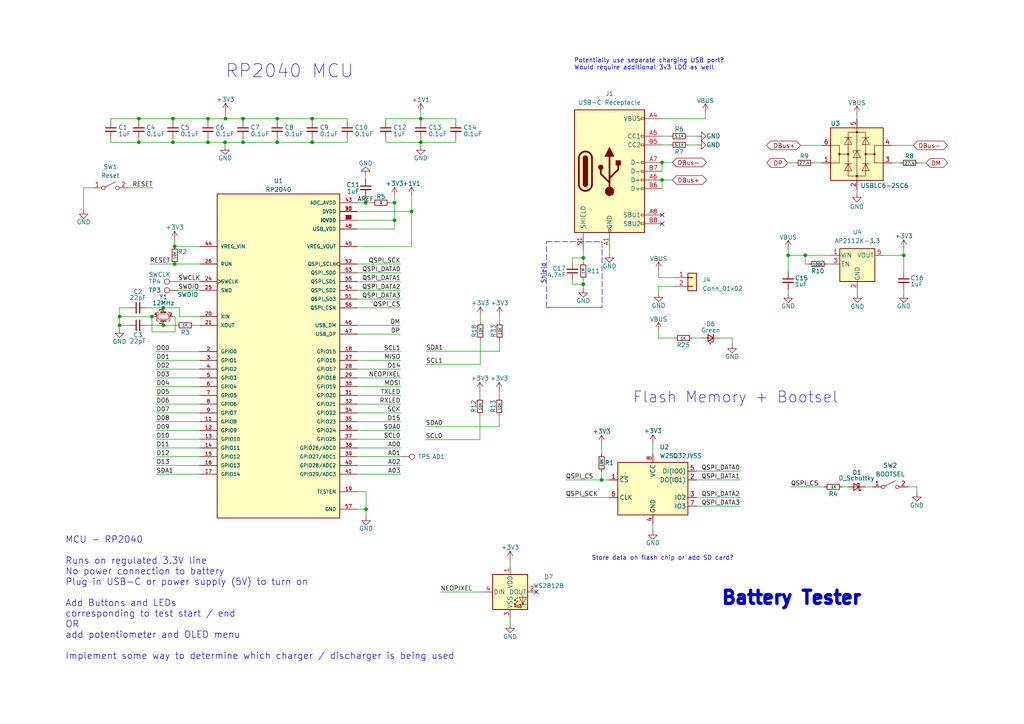
<source format=kicad_sch>
(kicad_sch (version 20230121) (generator eeschema)
  (paper "A4")
  (title_block (title "PyCubed-Mini") (date "2023-04-13") (rev "A") (company "RExLab Carnegie Mellon University") (comment 1 "N.Khera"))
  (lib_symbols
    (symbol "Amplifier_Operational:TLV9001IDCK" (pin_names (offset 0.127))
      (property "Reference" "U" (at 7.62 2.54 0))
      (property "Value" "TLV9001IDCK" (at 11.43 -2.54 0))
      (symbol "TLV9001IDCK_1_1"
        (pin input line (at -5.08 2.54 0) (length 2.54) (name "+") (number "1"))
        (pin power_in line (at 0 -7.62 90) (length 3.81) (name "V-") (number "2"))
        (pin input line (at -5.08 -2.54 0) (length 2.54) (name "-") (number "3"))
        (pin output line (at 10.16 0 180) (length 2.54) (name "~") (number "4"))
        (pin power_in line (at 0 7.62 270) (length 3.81) (name "V+") (number "5"))
      )
    )
    (symbol "Analog_DAC:MCP4725xxx-xCH"
      (property "Reference" "U" (at -6.35 6.35 0))
      (property "Value" "MCP4725xxx-xCH" (at 8.89 6.35 0))
      (symbol "MCP4725xxx-xCH_1_1"
        (pin output line (at 10.16 0 180) (length 2.54) (name "VOUT") (number "1"))
        (pin power_in line (at 0 -7.62 90) (length 2.54) (name "VSS") (number "2"))
        (pin power_in line (at 0 7.62 270) (length 2.54) (name "VDD") (number "3"))
        (pin bidirectional line (at -10.16 0 0) (length 2.54) (name "SDA") (number "4"))
        (pin input line (at -10.16 2.54 0) (length 2.54) (name "SCL") (number "5"))
        (pin input line (at -10.16 -2.54 0) (length 2.54) (name "A0") (number "6"))
      )
    )
    (symbol "BatteryTester:MAX17048G+T10" (pin_names (offset 0.254))
      (property "Reference" "U" (at 0 13.97 0))
      (property "Value" "MAX17048G" (at 0 11.43 0))
      (symbol "MAX17048G+T10_1_1"
        (pin power_in line (at -12.7 -5.08 0) (length 2.54) hide (name "CTG") (number "1"))
        (pin power_in line (at -12.7 1.27 0) (length 2.54) (name "CELL") (number "2"))
        (pin power_in line (at -12.7 5.08 0) (length 2.54) (name "VDD") (number "3"))
        (pin power_in line (at -12.7 -5.08 0) (length 2.54) (name "VSS") (number "4"))
        (pin unspecified line (at 12.7 -6.35 180) (length 2.54) (name "nALRT") (number "5"))
        (pin unspecified line (at 12.7 -2.54 180) (length 2.54) (name "QSTRT") (number "6"))
        (pin input line (at 12.7 2.54 180) (length 2.54) (name "SCL") (number "7"))
        (pin bidirectional line (at 12.7 6.35 180) (length 2.54) (name "SDA") (number "8"))
        (pin power_in line (at -12.7 -5.08 0) (length 2.54) hide (name "PAD") (number "9"))
      )
    )
    (symbol "Battery_Management:LTC4001"
      (property "Reference" "U" (at -8.89 16.51 0))
      (property "Value" "LTC4001" (at 6.35 16.51 0))
      (symbol "LTC4001_1_1"
        (pin output line (at 12.7 -2.54 180) (length 2.54) (name "BAT") (number "1"))
        (pin output line (at 12.7 -7.62 180) (length 2.54) (name "FAULT") (number "10"))
        (pin input line (at -12.7 7.62 0) (length 2.54) (name "NTC") (number "11"))
        (pin input line (at -12.7 -5.08 0) (length 2.54) (name "PROG") (number "12"))
        (pin input line (at -12.7 -2.54 0) (length 2.54) (name "IDET") (number "13"))
        (pin input line (at -12.7 -10.16 0) (length 2.54) (name "SS") (number "14"))
        (pin input line (at -12.7 2.54 0) (length 2.54) (name "TIMER") (number "15"))
        (pin input line (at 12.7 0 180) (length 2.54) (name "BATSENS") (number "16"))
        (pin power_in line (at 2.54 -17.78 90) (length 2.54) (name "PAD") (number "17"))
        (pin input line (at 12.7 7.62 180) (length 2.54) (name "SENSE") (number "2"))
        (pin power_in line (at -2.54 -17.78 90) (length 2.54) (name "PGND") (number "3"))
        (pin power_in line (at 0 -17.78 90) (length 2.54) (name "GNDSENS") (number "4"))
        (pin output line (at 12.7 10.16 180) (length 2.54) (name "SW") (number "5"))
        (pin input line (at -12.7 10.16 0) (length 2.54) (name "~{EN}") (number "6"))
        (pin open_collector line (at 12.7 -10.16 180) (length 2.54) (name "~{CHRG}") (number "7"))
        (pin power_in line (at -2.54 17.78 270) (length 2.54) (name "P_{VIN}") (number "8"))
        (pin power_in line (at 0 17.78 270) (length 2.54) (name "V_{INSENSE}") (number "9"))
      )
    )
    (symbol "Connector:TestPoint" (pin_numbers hide) (pin_names (offset 0.762) hide)
      (property "Reference" "TP" (at 0 6.858 0))
      (property "Value" "TestPoint" (at 0 5.08 0))
      (symbol "TestPoint_1_1"
        (pin passive line (at 0 0 90) (length 2.54) (name "1") (number "1"))
      )
    )
    (symbol "Connector:USB_C_Receptacle_USB2.0" (pin_names (offset 1.016))
      (property "Reference" "J" (at -10.16 19.05 0))
      (property "Value" "USB_C_Receptacle_USB2.0" (at 19.05 19.05 0))
      (symbol "USB_C_Receptacle_USB2.0_1_1"
        (pin passive line (at 0 -22.86 90) (length 5.08) (name "GND") (number "A1"))
        (pin passive line (at 0 -22.86 90) (length 5.08) hide (name "GND") (number "A12"))
        (pin passive line (at 15.24 15.24 180) (length 5.08) (name "VBUS") (number "A4"))
        (pin bidirectional line (at 15.24 10.16 180) (length 5.08) (name "CC1") (number "A5"))
        (pin bidirectional line (at 15.24 -2.54 180) (length 5.08) (name "D+") (number "A6"))
        (pin bidirectional line (at 15.24 2.54 180) (length 5.08) (name "D-") (number "A7"))
        (pin bidirectional line (at 15.24 -12.7 180) (length 5.08) (name "SBU1") (number "A8"))
        (pin passive line (at 15.24 15.24 180) (length 5.08) hide (name "VBUS") (number "A9"))
        (pin passive line (at 0 -22.86 90) (length 5.08) hide (name "GND") (number "B1"))
        (pin passive line (at 0 -22.86 90) (length 5.08) hide (name "GND") (number "B12"))
        (pin passive line (at 15.24 15.24 180) (length 5.08) hide (name "VBUS") (number "B4"))
        (pin bidirectional line (at 15.24 7.62 180) (length 5.08) (name "CC2") (number "B5"))
        (pin bidirectional line (at 15.24 -5.08 180) (length 5.08) (name "D+") (number "B6"))
        (pin bidirectional line (at 15.24 0 180) (length 5.08) (name "D-") (number "B7"))
        (pin bidirectional line (at 15.24 -15.24 180) (length 5.08) (name "SBU2") (number "B8"))
        (pin passive line (at 15.24 15.24 180) (length 5.08) hide (name "VBUS") (number "B9"))
        (pin passive line (at -7.62 -22.86 90) (length 5.08) (name "SHIELD") (number "S1"))
      )
    )
    (symbol "Connector_Generic:Conn_01x02" (pin_names (offset 1.016) hide)
      (property "Reference" "J" (at 0 2.54 0))
      (property "Value" "Conn_01x02" (at 0 -5.08 0))
      (symbol "Conn_01x02_1_1"
        (pin passive line (at -5.08 0 0) (length 3.81) (name "Pin_1") (number "1"))
        (pin passive line (at -5.08 -2.54 0) (length 3.81) (name "Pin_2") (number "2"))
      )
    )
    (symbol "Connector_Generic:Conn_01x04" (pin_names (offset 1.016) hide)
      (property "Reference" "J" (at 0 5.08 0))
      (property "Value" "Conn_01x04" (at 0 -7.62 0))
      (symbol "Conn_01x04_1_1"
        (pin passive line (at -5.08 2.54 0) (length 3.81) (name "Pin_1") (number "1"))
        (pin passive line (at -5.08 0 0) (length 3.81) (name "Pin_2") (number "2"))
        (pin passive line (at -5.08 -2.54 0) (length 3.81) (name "Pin_3") (number "3"))
        (pin passive line (at -5.08 -5.08 0) (length 3.81) (name "Pin_4") (number "4"))
      )
    )
    (symbol "Connector_Generic:Conn_02x05_Odd_Even" (pin_names (offset 1.016) hide)
      (property "Reference" "J" (at 1.27 7.62 0))
      (property "Value" "Conn_02x05_Odd_Even" (at 1.27 -7.62 0))
      (symbol "Conn_02x05_Odd_Even_1_1"
        (pin passive line (at -5.08 5.08 0) (length 3.81) (name "Pin_1") (number "1"))
        (pin passive line (at 7.62 -5.08 180) (length 3.81) (name "Pin_10") (number "10"))
        (pin passive line (at 7.62 5.08 180) (length 3.81) (name "Pin_2") (number "2"))
        (pin passive line (at -5.08 2.54 0) (length 3.81) (name "Pin_3") (number "3"))
        (pin passive line (at 7.62 2.54 180) (length 3.81) (name "Pin_4") (number "4"))
        (pin passive line (at -5.08 0 0) (length 3.81) (name "Pin_5") (number "5"))
        (pin passive line (at 7.62 0 180) (length 3.81) (name "Pin_6") (number "6"))
        (pin passive line (at -5.08 -2.54 0) (length 3.81) (name "Pin_7") (number "7"))
        (pin passive line (at 7.62 -2.54 180) (length 3.81) (name "Pin_8") (number "8"))
        (pin passive line (at -5.08 -5.08 0) (length 3.81) (name "Pin_9") (number "9"))
      )
    )
    (symbol "Connector_Generic:Conn_02x07_Odd_Even" (pin_names (offset 1.016) hide)
      (property "Reference" "J" (at 1.27 10.16 0))
      (property "Value" "Conn_02x07_Odd_Even" (at 1.27 -10.16 0))
      (symbol "Conn_02x07_Odd_Even_1_1"
        (pin passive line (at -5.08 7.62 0) (length 3.81) (name "Pin_1") (number "1"))
        (pin passive line (at 7.62 -2.54 180) (length 3.81) (name "Pin_10") (number "10"))
        (pin passive line (at -5.08 -5.08 0) (length 3.81) (name "Pin_11") (number "11"))
        (pin passive line (at 7.62 -5.08 180) (length 3.81) (name "Pin_12") (number "12"))
        (pin passive line (at -5.08 -7.62 0) (length 3.81) (name "Pin_13") (number "13"))
        (pin passive line (at 7.62 -7.62 180) (length 3.81) (name "Pin_14") (number "14"))
        (pin passive line (at 7.62 7.62 180) (length 3.81) (name "Pin_2") (number "2"))
        (pin passive line (at -5.08 5.08 0) (length 3.81) (name "Pin_3") (number "3"))
        (pin passive line (at 7.62 5.08 180) (length 3.81) (name "Pin_4") (number "4"))
        (pin passive line (at -5.08 2.54 0) (length 3.81) (name "Pin_5") (number "5"))
        (pin passive line (at 7.62 2.54 180) (length 3.81) (name "Pin_6") (number "6"))
        (pin passive line (at -5.08 0 0) (length 3.81) (name "Pin_7") (number "7"))
        (pin passive line (at 7.62 0 180) (length 3.81) (name "Pin_8") (number "8"))
        (pin passive line (at -5.08 -2.54 0) (length 3.81) (name "Pin_9") (number "9"))
      )
    )
    (symbol "Connector_Generic:Conn_02x10_Odd_Even" (pin_names (offset 1.016) hide)
      (property "Reference" "J" (at 1.27 12.7 0))
      (property "Value" "Conn_02x10_Odd_Even" (at 1.27 -15.24 0))
      (symbol "Conn_02x10_Odd_Even_1_1"
        (pin passive line (at -5.08 10.16 0) (length 3.81) (name "Pin_1") (number "1"))
        (pin passive line (at 7.62 0 180) (length 3.81) (name "Pin_10") (number "10"))
        (pin passive line (at -5.08 -2.54 0) (length 3.81) (name "Pin_11") (number "11"))
        (pin passive line (at 7.62 -2.54 180) (length 3.81) (name "Pin_12") (number "12"))
        (pin passive line (at -5.08 -5.08 0) (length 3.81) (name "Pin_13") (number "13"))
        (pin passive line (at 7.62 -5.08 180) (length 3.81) (name "Pin_14") (number "14"))
        (pin passive line (at -5.08 -7.62 0) (length 3.81) (name "Pin_15") (number "15"))
        (pin passive line (at 7.62 -7.62 180) (length 3.81) (name "Pin_16") (number "16"))
        (pin passive line (at -5.08 -10.16 0) (length 3.81) (name "Pin_17") (number "17"))
        (pin passive line (at 7.62 -10.16 180) (length 3.81) (name "Pin_18") (number "18"))
        (pin passive line (at -5.08 -12.7 0) (length 3.81) (name "Pin_19") (number "19"))
        (pin passive line (at 7.62 10.16 180) (length 3.81) (name "Pin_2") (number "2"))
        (pin passive line (at 7.62 -12.7 180) (length 3.81) (name "Pin_20") (number "20"))
        (pin passive line (at -5.08 7.62 0) (length 3.81) (name "Pin_3") (number "3"))
        (pin passive line (at 7.62 7.62 180) (length 3.81) (name "Pin_4") (number "4"))
        (pin passive line (at -5.08 5.08 0) (length 3.81) (name "Pin_5") (number "5"))
        (pin passive line (at 7.62 5.08 180) (length 3.81) (name "Pin_6") (number "6"))
        (pin passive line (at -5.08 2.54 0) (length 3.81) (name "Pin_7") (number "7"))
        (pin passive line (at 7.62 2.54 180) (length 3.81) (name "Pin_8") (number "8"))
        (pin passive line (at -5.08 0 0) (length 3.81) (name "Pin_9") (number "9"))
      )
    )
    (symbol "Device:C_Small" (pin_numbers hide) (pin_names (offset 0.254) hide)
      (property "Reference" "C" (at 0.254 1.778 0))
      (property "Value" "C_Small" (at 0.254 -2.032 0))
      (symbol "C_Small_1_1"
        (pin passive line (at 0 2.54 270) (length 2.032) (name "~") (number "1"))
        (pin passive line (at 0 -2.54 90) (length 2.032) (name "~") (number "2"))
      )
    )
    (symbol "Device:Crystal_GND24_Small" (pin_names (offset 1.016) hide)
      (property "Reference" "Y" (at 1.27 4.445 0))
      (property "Value" "Crystal_GND24_Small" (at 1.27 2.54 0))
      (symbol "Crystal_GND24_Small_1_1"
        (pin passive line (at -2.54 0 0) (length 1.27) (name "1") (number "1"))
        (pin passive line (at 0 -2.54 90) (length 0.635) (name "2") (number "2"))
        (pin passive line (at 2.54 0 180) (length 1.27) (name "3") (number "3"))
        (pin passive line (at 0 2.54 270) (length 0.635) (name "4") (number "4"))
      )
    )
    (symbol "Device:D_Schottky_Small" (pin_numbers hide) (pin_names (offset 0.254) hide)
      (property "Reference" "D" (at -1.27 2.032 0))
      (property "Value" "D_Schottky_Small" (at -7.112 -2.032 0))
      (symbol "D_Schottky_Small_1_1"
        (pin passive line (at -2.54 0 0) (length 1.778) (name "K") (number "1"))
        (pin passive line (at 2.54 0 180) (length 1.778) (name "A") (number "2"))
      )
    )
    (symbol "Device:LED_Small" (pin_numbers hide) (pin_names (offset 0.254) hide)
      (property "Reference" "D" (at -1.27 3.175 0))
      (property "Value" "LED_Small" (at -4.445 -2.54 0))
      (symbol "LED_Small_1_1"
        (pin passive line (at -2.54 0 0) (length 1.778) (name "K") (number "1"))
        (pin passive line (at 2.54 0 180) (length 1.778) (name "A") (number "2"))
      )
    )
    (symbol "Device:L_Small" (pin_numbers hide) (pin_names (offset 0.254) hide)
      (property "Reference" "L" (at 0.762 1.016 0))
      (property "Value" "L_Small" (at 0.762 -1.016 0))
      (symbol "L_Small_1_1"
        (pin passive line (at 0 2.54 270) (length 0.508) (name "~") (number "1"))
        (pin passive line (at 0 -2.54 90) (length 0.508) (name "~") (number "2"))
      )
    )
    (symbol "Device:R_Small" (pin_numbers hide) (pin_names (offset 0.254) hide)
      (property "Reference" "R" (at 0.762 0.508 0))
      (property "Value" "R_Small" (at 0.762 -1.016 0))
      (symbol "R_Small_1_1"
        (pin passive line (at 0 2.54 270) (length 0.762) (name "~") (number "1"))
        (pin passive line (at 0 -2.54 90) (length 0.762) (name "~") (number "2"))
      )
    )
    (symbol "Device:RotaryEncoder_Switch" (pin_names (offset 0.254) hide)
      (property "Reference" "SW" (at 0 6.604 0))
      (property "Value" "RotaryEncoder_Switch" (at 0 -6.604 0))
      (symbol "RotaryEncoder_Switch_1_1"
        (pin passive line (at -7.62 2.54 0) (length 2.54) (name "A") (number "A"))
        (pin passive line (at -7.62 -2.54 0) (length 2.54) (name "B") (number "B"))
        (pin passive line (at -7.62 0 0) (length 2.54) (name "C") (number "C"))
        (pin passive line (at 7.62 2.54 180) (length 2.54) (name "S1") (number "S1"))
        (pin passive line (at 7.62 -2.54 180) (length 2.54) (name "S2") (number "S2"))
      )
    )
    (symbol "GND_1" (power) (pin_names (offset 0))
      (property "Value" "GND_1" (at 0 -3.81 0))
      (symbol "GND_1_1_1"
        (pin power_in line (at 0 0 270) (length 0) hide (name "GND") (number "1"))
      )
    )
    (symbol "Jumper:Jumper_2_Bridged" (pin_names (offset 0) hide)
      (property "Reference" "JP" (at 0 1.905 0))
      (property "Value" "Jumper_2_Bridged" (at 0 -2.54 0))
      (symbol "Jumper_2_Bridged_1_1"
        (pin passive line (at -5.08 0 0) (length 2.54) (name "A") (number "1"))
        (pin passive line (at 5.08 0 180) (length 2.54) (name "B") (number "2"))
      )
    )
    (symbol "LED:WS2812B" (pin_names (offset 0.254))
      (property "Reference" "D" (at 5.08 5.715 0))
      (property "Value" "WS2812B" (at 1.27 -5.715 0))
      (symbol "WS2812B_0_0"
        (text "RGB" (at 2.286 -4.191 0) (effects (font (size 0.762 0.762))))
      )
      (symbol "WS2812B_1_1"
        (pin power_in line (at 0 7.62 270) (length 2.54) (name "VDD") (number "1"))
        (pin output line (at 7.62 0 180) (length 2.54) (name "DOUT") (number "2"))
        (pin power_in line (at 0 -7.62 90) (length 2.54) (name "VSS") (number "3"))
        (pin input line (at -7.62 0 0) (length 2.54) (name "DIN") (number "4"))
      )
    )
    (symbol "Mechanical:Heatsink_Pad_2Pin" (pin_names (offset 0))
      (property "Reference" "HS" (at 0 5.715 0))
      (property "Value" "Heatsink_Pad_2Pin" (at 0 3.81 0))
      (symbol "Heatsink_Pad_2Pin_1_1"
        (pin passive line (at -2.54 -2.54 90) (length 1.27) (name "~") (number "1"))
        (pin passive line (at 2.54 -2.54 90) (length 1.27) (name "~") (number "2"))
      )
    )
    (symbol "Memory_Flash:W25Q32JVSS"
      (property "Reference" "U" (at -8.89 8.89 0))
      (property "Value" "W25Q32JVSS" (at 7.62 8.89 0))
      (symbol "W25Q32JVSS_1_1"
        (pin input line (at -12.7 2.54 0) (length 2.54) (name "~{CS}") (number "1"))
        (pin bidirectional line (at 12.7 2.54 180) (length 2.54) (name "DO(IO1)") (number "2"))
        (pin bidirectional line (at 12.7 -2.54 180) (length 2.54) (name "IO2") (number "3"))
        (pin power_in line (at 0 -10.16 90) (length 2.54) (name "GND") (number "4"))
        (pin bidirectional line (at 12.7 5.08 180) (length 2.54) (name "DI(IO0)") (number "5"))
        (pin input line (at -12.7 -2.54 0) (length 2.54) (name "CLK") (number "6"))
        (pin bidirectional line (at 12.7 -5.08 180) (length 2.54) (name "IO3") (number "7"))
        (pin power_in line (at 0 10.16 270) (length 2.54) (name "VCC") (number "8"))
      )
    )
    (symbol "Power_Protection:USBLC6-2SC6" (pin_names hide)
      (property "Reference" "U" (at 2.54 8.89 0))
      (property "Value" "USBLC6-2SC6" (at 2.54 -8.89 0))
      (symbol "USBLC6-2SC6_1_1"
        (pin passive line (at -10.16 -2.54 0) (length 2.54) (name "I/O1") (number "1"))
        (pin passive line (at 0 -10.16 90) (length 2.54) (name "GND") (number "2"))
        (pin passive line (at 10.16 -2.54 180) (length 2.54) (name "I/O2") (number "3"))
        (pin passive line (at 10.16 2.54 180) (length 2.54) (name "I/O2") (number "4"))
        (pin passive line (at 0 10.16 270) (length 2.54) (name "VBUS") (number "5"))
        (pin passive line (at -10.16 2.54 0) (length 2.54) (name "I/O1") (number "6"))
      )
    )
    (symbol "RP2040:RP2040" (pin_names (offset 1.016))
      (property "Reference" "U" (at -17.78 50.8 0))
      (property "Value" "RP2040" (at -17.78 -48.26 0))
      (symbol "RP2040_0_0"
        (pin power_in line (at 22.86 40.64 180) (length 5.08) (name "IOVDD") (number "1"))
        (pin power_in line (at 22.86 40.64 180) (length 5.08) (name "IOVDD") (number "10"))
        (pin bidirectional line (at -22.86 -17.78 0) (length 5.08) (name "GPIO8") (number "11"))
        (pin bidirectional line (at -22.86 -20.32 0) (length 5.08) (name "GPIO9") (number "12"))
        (pin bidirectional line (at -22.86 -22.86 0) (length 5.08) (name "GPIO10") (number "13"))
        (pin bidirectional line (at -22.86 -25.4 0) (length 5.08) (name "GPIO11") (number "14"))
        (pin bidirectional line (at -22.86 -27.94 0) (length 5.08) (name "GPIO12") (number "15"))
        (pin bidirectional line (at -22.86 -30.48 0) (length 5.08) (name "GPIO13") (number "16"))
        (pin bidirectional line (at -22.86 -33.02 0) (length 5.08) (name "GPIO14") (number "17"))
        (pin bidirectional line (at 22.86 2.54 180) (length 5.08) (name "GPIO15") (number "18"))
        (pin passive line (at 22.86 -38.1 180) (length 5.08) (name "TESTEN") (number "19"))
        (pin bidirectional line (at -22.86 2.54 0) (length 5.08) (name "GPIO0") (number "2"))
        (pin input line (at -22.86 12.7 0) (length 5.08) (name "XIN") (number "20"))
        (pin output line (at -22.86 10.16 0) (length 5.08) (name "XOUT") (number "21"))
        (pin power_in line (at 22.86 40.64 180) (length 5.08) (name "IOVDD") (number "22"))
        (pin power_in line (at 22.86 43.18 180) (length 5.08) (name "DVDD") (number "23"))
        (pin input clock (at -22.86 22.86 0) (length 5.08) (name "SWCLK") (number "24"))
        (pin bidirectional line (at -22.86 20.32 0) (length 5.08) (name "SWD") (number "25"))
        (pin input line (at -22.86 27.94 0) (length 5.08) (name "RUN") (number "26"))
        (pin bidirectional line (at 22.86 0 180) (length 5.08) (name "GPIO16") (number "27"))
        (pin bidirectional line (at 22.86 -2.54 180) (length 5.08) (name "GPIO17") (number "28"))
        (pin bidirectional line (at 22.86 -5.08 180) (length 5.08) (name "GPIO18") (number "29"))
        (pin bidirectional line (at -22.86 0 0) (length 5.08) (name "GPIO1") (number "3"))
        (pin bidirectional line (at 22.86 -7.62 180) (length 5.08) (name "GPIO19") (number "30"))
        (pin bidirectional line (at 22.86 -10.16 180) (length 5.08) (name "GPIO20") (number "31"))
        (pin bidirectional line (at 22.86 -12.7 180) (length 5.08) (name "GPIO21") (number "32"))
        (pin power_in line (at 22.86 40.64 180) (length 5.08) (name "IOVDD") (number "33"))
        (pin bidirectional line (at 22.86 -15.24 180) (length 5.08) (name "GPIO22") (number "34"))
        (pin bidirectional line (at 22.86 -17.78 180) (length 5.08) (name "GPIO23") (number "35"))
        (pin bidirectional line (at 22.86 -20.32 180) (length 5.08) (name "GPIO24") (number "36"))
        (pin bidirectional line (at 22.86 -22.86 180) (length 5.08) (name "GPIO25") (number "37"))
        (pin bidirectional line (at 22.86 -25.4 180) (length 5.08) (name "GPIO26/ADC0") (number "38"))
        (pin bidirectional line (at 22.86 -27.94 180) (length 5.08) (name "GPIO27/ADC1") (number "39"))
        (pin bidirectional line (at -22.86 -2.54 0) (length 5.08) (name "GPIO2") (number "4"))
        (pin bidirectional line (at 22.86 -30.48 180) (length 5.08) (name "GPIO28/ADC2") (number "40"))
        (pin bidirectional line (at 22.86 -33.02 180) (length 5.08) (name "GPIO29/ADC3") (number "41"))
        (pin power_in line (at 22.86 40.64 180) (length 5.08) (name "IOVDD") (number "42"))
        (pin power_in line (at 22.86 45.72 180) (length 5.08) (name "ADC_AVDD") (number "43"))
        (pin input line (at -22.86 33.02 0) (length 5.08) (name "VREG_VIN") (number "44"))
        (pin power_out line (at 22.86 33.02 180) (length 5.08) (name "VREG_VOUT") (number "45"))
        (pin bidirectional line (at 22.86 10.16 180) (length 5.08) (name "USB_DM") (number "46"))
        (pin bidirectional line (at 22.86 7.62 180) (length 5.08) (name "USB_DP") (number "47"))
        (pin power_in line (at 22.86 38.1 180) (length 5.08) (name "USB_VDD") (number "48"))
        (pin power_in line (at 22.86 40.64 180) (length 5.08) (name "IOVDD") (number "49"))
        (pin bidirectional line (at -22.86 -5.08 0) (length 5.08) (name "GPIO3") (number "5"))
        (pin power_in line (at 22.86 43.18 180) (length 5.08) (name "DVDD") (number "50"))
        (pin bidirectional line (at 22.86 17.78 180) (length 5.08) (name "QSPI_SD3") (number "51"))
        (pin bidirectional clock (at 22.86 27.94 180) (length 5.08) (name "QSPI_SCLK") (number "52"))
        (pin bidirectional line (at 22.86 25.4 180) (length 5.08) (name "QSPI_SD0") (number "53"))
        (pin bidirectional line (at 22.86 20.32 180) (length 5.08) (name "QSPI_SD2") (number "54"))
        (pin bidirectional line (at 22.86 22.86 180) (length 5.08) (name "QSPI_SD1") (number "55"))
        (pin bidirectional line (at 22.86 15.24 180) (length 5.08) (name "QSPI_CSN") (number "56"))
        (pin power_in line (at 22.86 -43.18 180) (length 5.08) (name "GND") (number "57"))
        (pin bidirectional line (at -22.86 -7.62 0) (length 5.08) (name "GPIO4") (number "6"))
        (pin bidirectional line (at -22.86 -10.16 0) (length 5.08) (name "GPIO5") (number "7"))
        (pin bidirectional line (at -22.86 -12.7 0) (length 5.08) (name "GPIO6") (number "8"))
        (pin bidirectional line (at -22.86 -15.24 0) (length 5.08) (name "GPIO7") (number "9"))
      )
    )
    (symbol "Regulator_Linear:AP2112K-3.3" (pin_names (offset 0.254))
      (property "Reference" "U" (at -5.08 5.715 0))
      (property "Value" "AP2112K-3.3" (at 0 5.715 0))
      (symbol "AP2112K-3.3_1_1"
        (pin power_in line (at -7.62 2.54 0) (length 2.54) (name "VIN") (number "1"))
        (pin power_in line (at 0 -7.62 90) (length 2.54) (name "GND") (number "2"))
        (pin input line (at -7.62 0 0) (length 2.54) (name "EN") (number "3"))
        (pin no_connect line (at 5.08 0 180) (length 2.54) hide (name "NC") (number "4"))
        (pin power_out line (at 7.62 2.54 180) (length 2.54) (name "VOUT") (number "5"))
      )
    )
    (symbol "Sensor_Energy:INA219BxD"
      (property "Reference" "U" (at -6.35 8.89 0))
      (property "Value" "INA219BxD" (at 5.08 8.89 0))
      (symbol "INA219BxD_1_1"
        (pin input line (at 10.16 -2.54 180) (length 2.54) (name "A1") (number "1"))
        (pin input line (at 10.16 -5.08 180) (length 2.54) (name "A0") (number "2"))
        (pin bidirectional line (at 10.16 5.08 180) (length 2.54) (name "SDA") (number "3"))
        (pin input line (at 10.16 2.54 180) (length 2.54) (name "SCL") (number "4"))
        (pin power_in line (at 0 10.16 270) (length 2.54) (name "VS") (number "5"))
        (pin power_in line (at 0 -10.16 90) (length 2.54) (name "GND") (number "6"))
        (pin input line (at -10.16 -2.54 0) (length 2.54) (name "IN-") (number "7"))
        (pin input line (at -10.16 2.54 0) (length 2.54) (name "IN+") (number "8"))
      )
    )
    (symbol "Switch:SW_SPST" (pin_names (offset 0) hide)
      (property "Reference" "SW" (at 0 3.175 0))
      (property "Value" "SW_SPST" (at 0 -2.54 0))
      (symbol "SW_SPST_1_1"
        (pin passive line (at -5.08 0 0) (length 2.54) (name "A") (number "1"))
        (pin passive line (at 5.08 0 180) (length 2.54) (name "B") (number "2"))
      )
    )
    (symbol "Transistor_FET:IRF540N" (pin_names hide)
      (property "Reference" "Q" (at 6.35 1.905 0))
      (property "Value" "IRF540N" (at 6.35 0 0))
      (symbol "IRF540N_1_1"
        (pin input line (at -5.08 0 0) (length 2.54) (name "G") (number "1"))
        (pin passive line (at 2.54 5.08 270) (length 2.54) (name "D") (number "2"))
        (pin passive line (at 2.54 -5.08 90) (length 2.54) (name "S") (number "3"))
      )
    )
    (symbol "power:+1V1" (power) (pin_names (offset 0))
      (property "Value" "+1V1" (at 0 3.556 0))
      (symbol "+1V1_1_1"
        (pin power_in line (at 0 0 90) (length 0) hide (name "+1V1") (number "1"))
      )
    )
    (symbol "power:+3V3" (power) (pin_names (offset 0))
      (property "Value" "+3V3" (at 0 3.556 0))
      (symbol "+3V3_1_1"
        (pin power_in line (at 0 0 90) (length 0) hide (name "+3V3") (number "1"))
      )
    )
    (symbol "power:+BATT" (power) (pin_names (offset 0))
      (property "Value" "+BATT" (at 0 3.556 0))
      (symbol "+BATT_1_1"
        (pin power_in line (at 0 0 90) (length 0) hide (name "+BATT") (number "1"))
      )
    )
    (symbol "power:GND" (power) (pin_names (offset 0))
      (property "Value" "GND" (at 0 -3.81 0))
      (symbol "GND_1_1"
        (pin power_in line (at 0 0 270) (length 0) hide (name "GND") (number "1"))
      )
    )
    (symbol "power:VBUS" (power) (pin_names (offset 0))
      (property "Value" "VBUS" (at 0 3.81 0))
      (symbol "VBUS_1_1"
        (pin power_in line (at 0 0 90) (length 0) hide (name "VBUS") (number "1"))
      )
    )
  )
  (junction (at 633.73 42.037))
  (junction (at 34.671 91.821))
  (junction (at 615.315 51.435))
  (junction (at 471.551 107.315))
  (junction (at 65.278 41.275))
  (junction (at -62.484 256.413))
  (junction (at 72.898 336.804))
  (junction (at 122.047 34.417))
  (junction (at 114.046 313.817))
  (junction (at 40.259 41.275))
  (junction (at 70.485 34.417))
  (junction (at -59.055 161.798))
  (junction (at 444.881 67.437))
  (junction (at 114.427 63.881))
  (junction (at 325.755 57.785))
  (junction (at 481.711 249.428))
  (junction (at 419.608 191.008))
  (junction (at -44.958 299.466))
  (junction (at 122.047 41.275))
  (junction (at 233.553 74.041))
  (junction (at 609.092 81.534))
  (junction (at 106.172 147.701))
  (junction (at -66.929 256.413))
  (junction (at -5.715 307.34))
  (junction (at 422.021 175.768))
  (junction (at 60.325 34.417))
  (junction (at 430.657 188.468))
  (junction (at 228.6 74.041))
  (junction (at 410.972 64.897))
  (junction (at 446.913 205.74))
  (junction (at 460.502 112.395))
  (junction (at -44.958 307.34))
  (junction (at 112.141 308.737))
  (junction (at 169.164 74.803))
  (junction (at 112.141 313.817))
  (junction (at 687.959 52.451))
  (junction (at 609.092 84.074))
  (junction (at 114.427 58.801))
  (junction (at 351.282 199.898))
  (junction (at -32.004 107.696))
  (junction (at 420.878 249.428))
  (junction (at 90.551 41.275))
  (junction (at -74.041 320.421))
  (junction (at 106.045 58.801))
  (junction (at 80.391 34.417))
  (junction (at 497.078 112.395))
  (junction (at 325.755 67.945))
  (junction (at 50.165 34.417))
  (junction (at 446.913 164.973))
  (junction (at 112.141 306.324))
  (junction (at -44.958 337.82))
  (junction (at -32.131 60.452))
  (junction (at 496.443 254.508))
  (junction (at 262.128 74.041))
  (junction (at 425.323 249.428))
  (junction (at 50.673 71.501))
  (junction (at 169.164 82.423))
  (junction (at -52.197 261.493))
  (junction (at 481.33 188.468))
  (junction (at 97.155 281.432))
  (junction (at 410.972 59.817))
  (junction (at 72.898 298.45))
  (junction (at 110.109 308.737))
  (junction (at 471.551 112.395))
  (junction (at 65.405 34.417))
  (junction (at 351.409 194.818))
  (junction (at 407.035 188.468))
  (junction (at 119.38 61.341))
  (junction (at 55.372 255.397))
  (junction (at 44.069 91.821))
  (junction (at 192.024 47.117))
  (junction (at 110.109 313.817))
  (junction (at 43.815 319.405))
  (junction (at 462.915 196.088))
  (junction (at 484.251 188.468))
  (junction (at 70.485 41.275))
  (junction (at 65.659 260.477))
  (junction (at 114.046 308.737))
  (junction (at 192.024 52.197))
  (junction (at 174.498 139.192))
  (junction (at -20.701 282.448))
  (junction (at 60.325 41.275))
  (junction (at -59.055 141.986))
  (junction (at 333.883 155.321))
  (junction (at -32.004 83.947))
  (junction (at 649.224 59.055))
  (junction (at -59.055 151.892))
  (junction (at 615.315 56.515))
  (junction (at 460.502 107.315))
  (junction (at 486.156 249.428))
  (junction (at 325.755 61.595))
  (junction (at 687.959 48.641))
  (junction (at 34.671 94.361))
  (junction (at 333.883 157.861))
  (junction (at 50.673 76.581))
  (junction (at 50.165 41.275))
  (junction (at 429.387 50.419))
  (junction (at 47.371 89.281))
  (junction (at 47.371 94.361))
  (junction (at 687.959 58.801))
  (junction (at 130.048 286.131))
  (junction (at 466.725 196.088))
  (junction (at 80.391 41.275))
  (junction (at 40.259 34.417))
  (junction (at 72.898 306.324))
  (junction (at 90.551 34.417))
  (junction (at 435.61 254.508))
  (junction (at 50.927 255.397))
  (no_connect (at 332.613 210.058))
  (no_connect (at 196.215 308.991))
  (no_connect (at 345.313 207.518))
  (no_connect (at 183.515 296.291))
  (no_connect (at 183.515 319.151))
  (no_connect (at 332.613 202.438))
  (no_connect (at 196.215 311.531))
  (no_connect (at 332.613 194.818))
  (no_connect (at 196.215 296.291))
  (no_connect (at 196.215 319.151))
  (no_connect (at 155.575 171.704))
  (no_connect (at 561.213 181.991))
  (no_connect (at 332.613 207.518))
  (no_connect (at 345.313 210.058))
  (no_connect (at 573.913 184.531))
  (no_connect (at 192.024 62.357))
  (no_connect (at 332.613 204.978))
  (no_connect (at 561.213 184.531))
  (no_connect (at 459.613 193.548))
  (no_connect (at 332.613 197.358))
  (no_connect (at 183.515 303.911))
  (no_connect (at 720.725 60.071))
  (no_connect (at 183.515 301.371))
  (no_connect (at 358.521 69.215))
  (no_connect (at 183.515 308.991))
  (no_connect (at 183.515 311.531))
  (no_connect (at 332.613 199.898))
  (no_connect (at 192.024 64.897))
  (no_connect (at 345.313 204.978))
  (no_connect (at 183.515 314.071))
  (wire (pts (xy -50.292 60.452) (xy -58.293 60.452)))
  (wire (pts (xy 35.687 273.685) (xy 35.687 271.018)))
  (wire (pts (xy 477.901 75.946) (xy 486.156 75.946)))
  (wire (pts (xy 459.613 188.468) (xy 481.33 188.468)))
  (wire (pts (xy 60.325 34.417) (xy 65.405 34.417)))
  (wire (pts (xy -44.958 299.466) (xy -44.958 307.34)))
  (wire (pts (xy 325.755 67.945) (xy 325.755 69.215)))
  (wire (pts (xy -44.958 322.961) (xy -44.958 337.82)))
  (wire (pts (xy 262.128 74.041) (xy 262.128 78.867)))
  (wire (pts (xy 471.551 114.3) (xy 471.551 112.395)))
  (wire (pts (xy 557.53 179.451) (xy 561.213 179.451)))
  (wire (pts (xy 268.605 47.244) (xy 266.319 47.244)))
  (wire (pts (xy 481.33 194.564) (xy 481.33 195.453)))
  (wire (pts (xy 72.898 344.17) (xy 72.898 345.821)))
  (wire (pts (xy 460.502 114.3) (xy 460.502 112.395)))
  (wire (pts (xy 44.069 96.266) (xy 44.069 91.821)))
  (wire (pts (xy 72.898 283.972) (xy 72.898 298.45)))
  (wire (pts (xy -40.005 107.696) (xy -32.004 107.696)))
  (wire (pts (xy -32.004 90.424) (xy -32.004 91.44)))
  (wire (pts (xy 633.73 42.037) (xy 636.524 42.037)))
  (wire (pts (xy 34.671 91.821) (xy 44.069 91.821)))
  (wire (pts (xy 245.872 141.224) (xy 244.221 141.224)))
  (wire (pts (xy 123.444 127.508) (xy 139.192 127.508)))
  (wire (pts (xy 437.261 50.419) (xy 441.706 50.419)))
  (wire (pts (xy 122.047 35.052) (xy 122.047 34.417)))
  (wire (pts (xy 649.224 60.071) (xy 649.224 59.055)))
  (wire (pts (xy 395.859 265.049) (xy 410.718 265.049)))
  (wire (pts (xy 486.156 254.508) (xy 496.443 254.508)))
  (wire (pts (xy 202.057 136.652) (xy 214.63 136.652)))
  (wire (pts (xy 429.387 48.895) (xy 429.387 50.419)))
  (wire (pts (xy 112.141 308.737) (xy 114.046 308.737)))
  (wire (pts (xy 100.711 41.275) (xy 100.711 40.132)))
  (wire (pts (xy 30.226 265.938) (xy 40.767 265.938)))
  (wire (pts (xy 116.205 137.541) (xy 103.632 137.541)))
  (wire (pts (xy 45.339 104.521) (xy 57.912 104.521)))
  (wire (pts (xy 51.689 81.661) (xy 57.912 81.661)))
  (wire (pts (xy 441.706 50.419) (xy 441.706 51.181)))
  (wire (pts (xy 497.078 112.395) (xy 491.49 112.395)))
  (wire (pts (xy 114.427 66.421) (xy 114.427 63.881)))
  (wire (pts (xy 615.315 60.198) (xy 615.315 56.515)))
  (wire (pts (xy 369.062 60.325) (xy 358.521 60.325)))
  (wire (pts (xy 653.542 82.296) (xy 660.273 82.296)))
  (wire (pts (xy 265.938 141.224) (xy 265.938 142.875)))
  (wire (pts (xy 202.057 146.812) (xy 214.63 146.812)))
  (wire (pts (xy 106.172 142.621) (xy 106.172 147.701)))
  (wire (pts (xy 202.692 303.911) (xy 196.215 303.911)))
  (wire (pts (xy 400.177 259.969) (xy 410.718 259.969)))
  (wire (pts (xy 123.444 123.698) (xy 144.78 123.698)))
  (wire (pts (xy 486.156 249.428) (xy 496.443 249.428)))
  (wire (pts (xy 412.115 191.008) (xy 419.608 191.008)))
  (wire (pts (xy 573.913 187.071) (xy 576.58 187.071)))
  (wire (pts (xy -44.958 307.34) (xy -34.925 307.34)))
  (wire (pts (xy 487.934 163.068) (xy 487.934 166.624)))
  (wire (pts (xy 399.542 188.468) (xy 407.035 188.468)))
  (wire (pts (xy 557.403 189.611) (xy 561.213 189.611)))
  (wire (pts (xy -31.496 274.828) (xy -31.496 273.177)))
  (wire (pts (xy 33.401 319.405) (xy 43.815 319.405)))
  (wire (pts (xy 654.431 51.435) (xy 643.89 51.435)))
  (wire (pts (xy -58.928 195.199) (xy -58.928 200.533)))
  (wire (pts (xy 199.517 39.497) (xy 202.184 39.497)))
  (wire (pts (xy 471.551 107.315) (xy 476.25 107.315)))
  (wire (pts (xy 174.498 139.192) (xy 164.084 139.192)))
  (wire (pts (xy 103.632 81.661) (xy 116.205 81.661)))
  (wire (pts (xy 428.879 196.088) (xy 434.213 196.088)))
  (wire (pts (xy -59.055 132.969) (xy -59.055 141.986)))
  (wire (pts (xy 228.6 72.263) (xy 228.6 74.041)))
  (wire (pts (xy 45.339 114.681) (xy 57.912 114.681)))
  (wire (pts (xy 147.955 164.084) (xy 147.955 162.433)))
  (wire (pts (xy -32.131 66.929) (xy -32.131 67.945)))
  (wire (pts (xy -32.004 107.696) (xy -32.004 109.093)))
  (wire (pts (xy 45.339 132.461) (xy 57.912 132.461)))
  (wire (pts (xy -49.149 161.798) (xy -45.974 161.798)))
  (wire (pts (xy 122.047 34.417) (xy 122.047 32.512)))
  (wire (pts (xy 425.323 254.508) (xy 435.61 254.508)))
  (wire (pts (xy 132.207 34.417) (xy 132.207 35.052)))
  (wire (pts (xy 51.943 364.998) (xy 62.611 364.998)))
  (wire (pts (xy -44.958 317.881) (xy -44.958 307.34)))
  (wire (pts (xy 633.73 65.151) (xy 633.73 64.135)))
  (wire (pts (xy 608.838 60.198) (xy 615.315 60.198)))
  (wire (pts (xy 434.213 183.388) (xy 430.657 183.388)))
  (wire (pts (xy 176.784 306.451) (xy 183.515 306.451)))
  (wire (pts (xy 50.927 255.397) (xy 50.927 253.746)))
  (wire (pts (xy 358.521 56.515) (xy 369.062 56.515)))
  (wire (pts (xy 466.725 205.867) (xy 466.725 204.089)))
  (wire (pts (xy 81.28 283.972) (xy 72.898 283.972)))
  (wire (pts (xy 139.319 91.567) (xy 139.319 93.472)))
  (wire (pts (xy 114.046 313.817) (xy 117.856 313.817)))
  (wire (pts (xy 577.723 179.451) (xy 573.913 179.451)))
  (wire (pts (xy 325.755 67.31) (xy 325.755 67.945)))
  (wire (pts (xy 633.73 40.513) (xy 633.73 42.037)))
  (wire (pts (xy 556.895 171.069) (xy 573.024 171.069)))
  (wire (pts (xy 103.632 89.281) (xy 116.205 89.281)))
  (wire (pts (xy 40.259 41.275) (xy 50.165 41.275)))
  (wire (pts (xy -5.715 287.528) (xy -5.715 307.34)))
  (wire (pts (xy 577.723 181.991) (xy 573.913 181.991)))
  (wire (pts (xy -32.004 83.947) (xy -23.622 83.947)))
  (wire (pts (xy 72.898 336.804) (xy 61.468 336.804)))
  (wire (pts (xy -58.928 312.801) (xy -58.928 311.15)))
  (wire (pts (xy 460.502 107.315) (xy 463.55 107.315)))
  (wire (pts (xy 262.128 72.136) (xy 262.128 74.041)))
  (wire (pts (xy 504.063 112.395) (xy 497.078 112.395)))
  (wire (pts (xy 165.989 81.153) (xy 165.989 82.423)))
  (wire (pts (xy 444.373 205.74) (xy 446.913 205.74)))
  (wire (pts (xy -32.004 83.947) (xy -32.004 85.344)))
  (wire (pts (xy 64.008 316.865) (xy 72.898 316.865)))
  (wire (pts (xy 50.8 91.821) (xy 50.8 96.266)))
  (wire (pts (xy 169.164 74.803) (xy 169.164 76.073)))
  (wire (pts (xy 70.485 40.132) (xy 70.485 41.275)))
  (wire (pts (xy 429.387 50.419) (xy 432.181 50.419)))
  (wire (pts (xy 239.141 141.224) (xy 229.362 141.224)))
  (wire (pts (xy 731.139 56.261) (xy 731.139 60.452)))
  (wire (pts (xy 65.278 41.275) (xy 70.485 41.275)))
  (wire (pts (xy -59.055 151.892) (xy -59.055 161.798)))
  (wire (pts (xy 264.922 42.164) (xy 258.699 42.164)))
  (wire (pts (xy 228.6 74.041) (xy 228.6 78.867)))
  (wire (pts (xy -52.197 261.493) (xy -52.197 263.017)))
  (wire (pts (xy 609.092 81.534) (xy 611.124 81.534)))
  (wire (pts (xy 60.325 40.132) (xy 60.325 41.275)))
  (wire (pts (xy 687.959 45.974) (xy 687.959 48.641)))
  (wire (pts (xy -5.715 274.701) (xy -5.715 277.368)))
  (wire (pts (xy 446.913 164.973) (xy 449.707 164.973)))
  (wire (pts (xy -91.948 272.034) (xy -77.089 272.034)))
  (wire (pts (xy 100.711 34.417) (xy 100.711 35.052)))
  (wire (pts (xy 422.021 175.768) (xy 434.213 175.768)))
  (wire (pts (xy 103.632 63.881) (xy 114.427 63.881)))
  (wire (pts (xy 189.357 151.892) (xy 189.357 153.924)))
  (wire (pts (xy 487.934 163.068) (xy 492.76 163.068)))
  (wire (pts (xy -62.484 256.413) (xy -52.197 256.413)))
  (wire (pts (xy 114.427 56.896) (xy 114.427 58.801)))
  (wire (pts (xy 139.192 113.411) (xy 139.192 115.316)))
  (wire (pts (xy 123.571 101.854) (xy 144.907 101.854)))
  (wire (pts (xy 106.172 142.621) (xy 103.632 142.621)))
  (wire (pts (xy 52.07 91.821) (xy 57.912 91.821)))
  (wire (pts (xy 410.972 59.817) (xy 419.227 59.817)))
  (wire (pts (xy 103.632 119.761) (xy 116.205 119.761)))
  (wire (pts (xy 169.164 72.517) (xy 169.164 74.803)))
  (wire (pts (xy 444.373 203.708) (xy 444.373 205.74)))
  (wire (pts (xy 112.141 313.817) (xy 112.141 315.341)))
  (wire (pts (xy -59.055 141.986) (xy -53.848 141.986)))
  (wire (pts (xy 672.084 82.296) (xy 665.353 82.296)))
  (wire (pts (xy 459.232 164.973) (xy 459.232 165.735)))
  (wire (pts (xy 130.048 286.131) (xy 135.128 286.131)))
  (wire (pts (xy 106.172 147.701) (xy 106.172 149.733)))
  (wire (pts (xy 70.485 34.417) (xy 80.391 34.417)))
  (wire (pts (xy 176.784 316.611) (xy 183.515 316.611)))
  (wire (pts (xy 195.707 98.044) (xy 191.008 98.044)))
  (wire (pts (xy 468.63 112.395) (xy 471.551 112.395)))
  (wire (pts (xy 333.883 155.321) (xy 331.978 155.321)))
  (wire (pts (xy 50.8 96.266) (xy 44.069 96.266)))
  (wire (pts (xy 615.315 56.515) (xy 623.57 56.515)))
  (wire (pts (xy 446.913 205.74) (xy 446.913 207.137)))
  (wire (pts (xy 446.913 164.973) (xy 446.913 168.148)))
  (wire (pts (xy -87.63 266.954) (xy -77.089 266.954)))
  (wire (pts (xy 106.172 308.737) (xy 110.109 308.737)))
  (wire (pts (xy 410.972 56.134) (xy 410.972 59.817)))
  (wire (pts (xy -31.496 290.068) (xy -31.496 290.957)))
  (wire (pts (xy 192.024 52.197) (xy 192.024 54.737)))
  (wire (pts (xy 116.205 132.461) (xy 103.632 132.461)))
  (wire (pts (xy 238.379 47.244) (xy 235.839 47.244)))
  (wire (pts (xy 605.155 84.074) (xy 609.092 84.074)))
  (wire (pts (xy 103.632 117.221) (xy 116.205 117.221)))
  (wire (pts (xy 474.853 109.855) (xy 476.25 109.855)))
  (wire (pts (xy -32.004 114.173) (xy -32.004 115.189)))
  (wire (pts (xy -40.894 161.798) (xy -30.226 161.798)))
  (wire (pts (xy -40.132 60.452) (xy -32.131 60.452)))
  (wire (pts (xy 687.959 48.641) (xy 695.325 48.641)))
  (wire (pts (xy 420.878 270.129) (xy 420.878 271.653)))
  (wire (pts (xy 471.551 112.395) (xy 476.25 112.395)))
  (wire (pts (xy 407.035 188.468) (xy 407.035 197.612)))
  (wire (pts (xy -48.641 132.969) (xy -45.466 132.969)))
  (wire (pts (xy 459.613 178.308) (xy 474.599 178.308)))
  (wire (pts (xy 135.128 286.131) (xy 135.128 285.115)))
  (wire (pts (xy -48.768 141.986) (xy -45.593 141.986)))
  (wire (pts (xy 425.323 249.428) (xy 435.61 249.428)))
  (wire (pts (xy 351.409 197.358) (xy 345.313 197.358)))
  (wire (pts (xy 731.266 51.181) (xy 720.725 51.181)))
  (wire (pts (xy -66.929 256.413) (xy -66.929 254.762)))
  (wire (pts (xy 202.692 301.371) (xy 196.215 301.371)))
  (wire (pts (xy -93.726 364.363) (xy -93.726 367.919)))
  (wire (pts (xy 687.959 58.801) (xy 695.325 58.801)))
  (wire (pts (xy 459.613 175.768) (xy 464.439 175.768)))
  (wire (pts (xy -66.929 261.874) (xy -66.929 256.413)))
  (wire (pts (xy 325.755 57.785) (xy 325.755 61.595)))
  (wire (pts (xy 58.928 311.785) (xy 58.928 310.134)))
  (wire (pts (xy 44.069 91.821) (xy 44.831 91.821)))
  (wire (pts (xy 462.915 196.088) (xy 466.725 196.088)))
  (wire (pts (xy -91.948 270.129) (xy -91.948 272.034)))
  (wire (pts (xy -59.055 161.798) (xy -54.229 161.798)))
  (wire (pts (xy 410.718 262.509) (xy 400.177 262.509)))
  (wire (pts (xy 238.379 42.164) (xy 232.156 42.164)))
  (wire (pts (xy 192.024 34.417) (xy 204.597 34.417)))
  (wire (pts (xy 72.898 316.865) (xy 72.898 306.324)))
  (wire (pts (xy 263.271 141.224) (xy 265.938 141.224)))
  (wire (pts (xy 50.165 34.417) (xy 60.325 34.417)))
  (wire (pts (xy 86.36 273.812) (xy 86.36 272.161)))
  (wire (pts (xy 174.498 131.699) (xy 174.498 128.778)))
  (wire (pts (xy 45.339 137.541) (xy 57.912 137.541)))
  (wire (pts (xy 429.387 50.419) (xy 429.387 52.197)))
  (wire (pts (xy 34.671 89.281) (xy 34.671 91.821)))
  (wire (pts (xy 542.163 187.071) (xy 548.64 187.071)))
  (wire (pts (xy 407.035 202.692) (xy 407.035 205.867)))
  (wire (pts (xy 212.344 98.044) (xy 212.344 99.822)))
  (wire (pts (xy 609.092 84.074) (xy 611.124 84.074)))
  (wire (pts (xy -83.82 364.363) (xy -80.645 364.363)))
  (wire (pts (xy 192.024 47.117) (xy 192.024 49.657)))
  (wire (pts (xy 351.409 192.913) (xy 351.409 194.818)))
  (wire (pts (xy 55.372 260.477) (xy 65.659 260.477)))
  (wire (pts (xy 444.373 164.973) (xy 444.373 168.148)))
  (wire (pts (xy 26.924 54.483) (xy 24.257 54.483)))
  (wire (pts (xy 147.955 179.324) (xy 147.955 180.975)))
  (wire (pts (xy 106.045 57.023) (xy 106.045 58.801)))
  (wire (pts (xy 40.767 268.478) (xy 30.226 268.478)))
  (wire (pts (xy 496.443 254.508) (xy 496.443 256.032)))
  (wire (pts (xy 395.859 263.144) (xy 395.859 265.049)))
  (wire (pts (xy -40.386 132.969) (xy -29.718 132.969)))
  (wire (pts (xy 497.078 118.872) (xy 497.078 119.888)))
  (wire (pts (xy 460.502 105.41) (xy 460.502 107.315)))
  (wire (pts (xy 410.972 68.58) (xy 410.972 64.897)))
  (wire (pts (xy 40.259 34.417) (xy 50.165 34.417)))
  (wire (pts (xy 123.571 105.664) (xy 139.319 105.664)))
  (wire (pts (xy 439.547 57.277) (xy 450.088 57.277)))
  (wire (pts (xy 430.657 183.388) (xy 430.657 188.468)))
  (wire (pts (xy 97.155 281.432) (xy 97.155 298.45)))
  (wire (pts (xy 50.673 71.501) (xy 50.673 69.596)))
  (wire (pts (xy 165.989 74.803) (xy 165.989 76.073)))
  (wire (pts (xy 368.935 65.405) (xy 368.935 69.596)))
  (wire (pts (xy 45.339 119.761) (xy 57.912 119.761)))
  (wire (pts (xy 110.109 313.817) (xy 112.141 313.817)))
  (wire (pts (xy 122.047 34.417) (xy 132.207 34.417)))
  (wire (pts (xy 32.131 35.052) (xy 32.131 34.417)))
  (wire (pts (xy 466.471 265.049) (xy 471.551 265.049)))
  (wire (pts (xy 473.075 81.026) (xy 486.156 81.026)))
  (wire (pts (xy -49.022 151.892) (xy -45.847 151.892)))
  (wire (pts (xy 103.632 114.681) (xy 116.205 114.681)))
  (wire (pts (xy 672.084 82.296) (xy 672.084 79.375)))
  (wire (pts (xy 192.024 52.197) (xy 195.072 52.197)))
  (wire (pts (xy 471.551 262.509) (xy 461.01 262.509)))
  (wire (pts (xy 605.155 85.852) (xy 605.155 84.074)))
  (wire (pts (xy 497.078 112.395) (xy 497.078 113.792)))
  (wire (pts (xy 65.405 34.417) (xy 65.405 32.512)))
  (wire (pts (xy 248.539 56.007) (xy 248.539 54.864)))
  (wire (pts (xy -20.701 282.448) (xy -20.701 299.466)))
  (wire (pts (xy 111.887 34.417) (xy 122.047 34.417)))
  (wire (pts (xy 462.915 209.169) (xy 476.123 209.169)))
  (wire (pts (xy 687.959 52.451) (xy 695.325 52.451)))
  (wire (pts (xy 114.046 308.737) (xy 117.856 308.737)))
  (wire (pts (xy 421.894 178.308) (xy 421.894 180.34)))
  (wire (pts (xy -44.958 337.82) (xy -56.388 337.82)))
  (wire (pts (xy 52.07 89.281) (xy 52.07 91.821)))
  (wire (pts (xy 420.878 254.889) (xy 420.878 249.428)))
  (wire (pts (xy 461.01 259.969) (xy 471.551 259.969)))
  (wire (pts (xy 73.025 268.478) (xy 73.025 278.892)))
  (wire (pts (xy 481.711 249.428) (xy 486.156 249.428)))
  (wire (pts (xy 428.879 196.088) (xy 428.879 197.612)))
  (wire (pts (xy 504.063 107.315) (xy 504.063 105.029)))
  (wire (pts (xy 45.339 112.141) (xy 57.912 112.141)))
  (wire (pts (xy 42.545 94.361) (xy 47.371 94.361)))
  (wire (pts (xy 191.008 98.044) (xy 191.008 96.012)))
  (wire (pts (xy 64.008 321.945) (xy 72.898 321.945)))
  (wire (pts (xy 47.371 89.281) (xy 52.07 89.281)))
  (wire (pts (xy 460.502 119.38) (xy 460.502 120.269)))
  (wire (pts (xy 90.551 34.417) (xy 100.711 34.417)))
  (wire (pts (xy -74.041 337.82) (xy -74.041 320.421)))
  (wire (pts (xy -74.041 320.421) (xy -69.088 320.421)))
  (wire (pts (xy 116.205 129.921) (xy 103.632 129.921)))
  (wire (pts (xy 72.898 298.45) (xy 72.898 306.324)))
  (wire (pts (xy 404.495 68.58) (xy 410.972 68.58)))
  (wire (pts (xy 103.632 96.901) (xy 116.078 96.901)))
  (wire (pts (xy 449.453 205.74) (xy 449.453 203.708)))
  (wire (pts (xy -40.513 141.986) (xy -29.845 141.986)))
  (wire (pts (xy 351.409 194.818) (xy 351.409 197.358)))
  (wire (pts (xy 56.261 94.361) (xy 57.912 94.361)))
  (wire (pts (xy -36.576 284.988) (xy -44.958 284.988)))
  (wire (pts (xy 234.696 76.581) (xy 233.553 76.581)))
  (wire (pts (xy 202.692 306.451) (xy 196.215 306.451)))
  (wire (pts (xy 345.313 194.818) (xy 351.409 194.818)))
  (wire (pts (xy -58.166 100.33) (xy -58.166 98.425)))
  (wire (pts (xy -59.055 141.986) (xy -59.055 151.892)))
  (wire (pts (xy 444.881 64.897) (xy 439.547 64.897)))
  (wire (pts (xy 50.165 40.132) (xy 50.165 41.275)))
  (wire (pts (xy 111.887 41.275) (xy 122.047 41.275)))
  (wire (pts (xy 476.25 196.088) (xy 476.25 194.437)))
  (wire (pts (xy -44.831 279.908) (xy -36.576 279.908)))
  (wire (pts (xy 111.887 40.132) (xy 111.887 41.275)))
  (wire (pts (xy 491.871 262.509) (xy 503.809 262.509)))
  (wire (pts (xy 687.959 52.451) (xy 687.959 53.086)))
  (wire (pts (xy -50.165 107.696) (xy -58.166 107.696)))
  (wire (pts (xy -58.166 83.947) (xy -58.166 81.661)))
  (wire (pts (xy 50.673 76.581) (xy 57.912 76.581)))
  (wire (pts (xy -21.336 282.448) (xy -20.701 282.448)))
  (wire (pts (xy 50.673 71.501) (xy 57.912 71.501)))
  (wire (pts (xy -29.845 307.34) (xy -5.715 307.34)))
  (wire (pts (xy 122.047 42.291) (xy 122.047 41.275)))
  (wire (pts (xy 34.671 94.361) (xy 34.671 95.377)))
  (wire (pts (xy 116.205 101.981) (xy 103.632 101.981)))
  (wire (pts (xy 459.613 185.928) (xy 484.251 185.928)))
  (wire (pts (xy 103.632 124.841) (xy 116.205 124.841)))
  (wire (pts (xy -50.165 83.947) (xy -58.166 83.947)))
  (wire (pts (xy 428.879 205.867) (xy 428.879 202.692)))
  (wire (pts (xy 439.547 67.437) (xy 444.881 67.437)))
  (wire (pts (xy 195.707 80.518) (xy 191.008 80.518)))
  (wire (pts (xy 112.141 273.685) (xy 112.141 276.352)))
  (wire (pts (xy -14.224 282.448) (xy -13.335 282.448)))
  (wire (pts (xy 50.927 255.397) (xy 55.372 255.397)))
  (wire (pts (xy -66.929 256.413) (xy -62.484 256.413)))
  (wire (pts (xy 196.215 314.071) (xy 202.819 314.071)))
  (wire (pts (xy 462.915 196.088) (xy 462.915 209.169)))
  (wire (pts (xy -58.928 328.041) (xy -58.928 328.93)))
  (wire (pts (xy 103.632 104.521) (xy 116.205 104.521)))
  (wire (pts (xy 103.632 71.501) (xy 119.38 71.501)))
  (wire (pts (xy 114.427 58.801) (xy 114.427 63.881)))
  (wire (pts (xy 412.115 175.768) (xy 422.021 175.768)))
  (wire (pts (xy 481.33 188.468) (xy 484.251 188.468)))
  (wire (pts (xy 643.89 48.895) (xy 654.431 48.895)))
  (wire (pts (xy -53.721 132.969) (xy -59.055 132.969)))
  (wire (pts (xy 176.657 144.272) (xy 164.084 144.272)))
  (wire (pts (xy 51.689 84.201) (xy 57.912 84.201)))
  (wire (pts (xy 90.551 40.132) (xy 90.551 41.275)))
  (wire (pts (xy 466.725 196.088) (xy 466.725 199.009)))
  (wire (pts (xy 646.049 42.037) (xy 646.049 42.799)))
  (wire (pts (xy 262.128 83.947) (xy 262.128 85.217)))
  (wire (pts (xy 420.878 249.428) (xy 425.323 249.428)))
  (wire (pts (xy 86.36 289.052) (xy 86.36 289.941)))
  (wire (pts (xy 558.8 187.071) (xy 561.213 187.071)))
  (wire (pts (xy 34.671 94.361) (xy 37.465 94.361)))
  (wire (pts (xy 497.84 163.068) (xy 501.015 163.068)))
  (wire (pts (xy 24.257 54.483) (xy 24.257 60.833)))
  (wire (pts (xy 45.339 117.221) (xy 57.912 117.221)))
  (wire (pts (xy 103.632 61.341) (xy 119.38 61.341)))
  (wire (pts (xy 122.047 41.275) (xy 132.207 41.275)))
  (wire (pts (xy 192.024 42.037) (xy 194.437 42.037)))
  (wire (pts (xy 410.972 64.897) (xy 419.227 64.897)))
  (wire (pts (xy 119.38 56.769) (xy 119.38 61.341)))
  (wire (pts (xy 481.711 249.428) (xy 481.711 247.777)))
  (wire (pts (xy 455.549 107.315) (xy 460.502 107.315)))
  (wire (pts (xy 112.141 313.817) (xy 114.046 313.817)))
  (wire (pts (xy 471.551 119.38) (xy 471.551 120.015)))
  (wire (pts (xy 32.131 41.275) (xy 40.259 41.275)))
  (wire (pts (xy 169.164 81.153) (xy 169.164 82.423)))
  (wire (pts (xy 103.632 76.581) (xy 116.205 76.581)))
  (wire (pts (xy 446.913 160.401) (xy 446.913 164.973)))
  (wire (pts (xy 90.551 35.052) (xy 90.551 34.417)))
  (wire (pts (xy 103.632 94.361) (xy 116.078 94.361)))
  (wire (pts (xy -58.166 76.581) (xy -58.166 74.676)))
  (wire (pts (xy -44.958 345.186) (xy -44.958 346.837)))
  (wire (pts (xy 103.632 112.141) (xy 116.205 112.141)))
  (wire (pts (xy 110.109 308.737) (xy 112.141 308.737)))
  (wire (pts (xy 34.671 91.821) (xy 34.671 94.361)))
  (wire (pts (xy 419.608 191.008) (xy 434.213 191.008)))
  (wire (pts (xy 366.395 65.405) (xy 368.935 65.405)))
  (wire (pts (xy 325.755 61.595) (xy 325.755 62.23)))
  (wire (pts (xy -40.767 151.892) (xy -30.099 151.892)))
  (wire (pts (xy -40.005 83.947) (xy -32.004 83.947)))
  (wire (pts (xy 351.282 199.898) (xy 354.076 199.898)))
  (wire (pts (xy 50.165 35.052) (xy 50.165 34.417)))
  (wire (pts (xy 122.047 40.132) (xy 122.047 41.275)))
  (wire (pts (xy 233.553 76.581) (xy 233.553 74.041)))
  (wire (pts (xy 481.711 270.129) (xy 481.711 271.653)))
  (wire (pts (xy 468.63 107.315) (xy 471.551 107.315)))
  (wire (pts (xy -56.769 269.494) (xy -44.831 269.494)))
  (wire (pts (xy 192.024 39.497) (xy 194.437 39.497)))
  (wire (pts (xy 250.952 141.224) (xy 253.111 141.224)))
  (wire (pts (xy 113.03 58.801) (xy 114.427 58.801)))
  (wire (pts (xy -44.958 284.988) (xy -44.958 299.466)))
  (wire (pts (xy 45.339 127.381) (xy 57.912 127.381)))
  (wire (pts (xy 33.782 364.998) (xy 38.608 364.998)))
  (wire (pts (xy 45.339 124.841) (xy 57.912 124.841)))
  (wire (pts (xy -20.701 282.448) (xy -19.304 282.448)))
  (wire (pts (xy 608.838 47.752) (xy 615.315 47.752)))
  (wire (pts (xy 195.707 83.058) (xy 191.008 83.058)))
  (polyline (pts (xy 158.496 89.154) (xy 174.625 89.154)))
  (wire (pts (xy 70.485 34.417) (xy 70.485 35.052)))
  (wire (pts (xy 144.907 101.854) (xy 144.907 98.552)))
  (wire (pts (xy 444.881 68.453) (xy 444.881 67.437)))
  (wire (pts (xy 446.913 203.708) (xy 446.913 205.74)))
  (wire (pts (xy 88.138 298.45) (xy 97.155 298.45)))
  (wire (pts (xy 615.315 51.435) (xy 623.57 51.435)))
  (wire (pts (xy -93.726 364.363) (xy -88.9 364.363)))
  (wire (pts (xy 165.989 82.423) (xy 169.164 82.423)))
  (wire (pts (xy 202.057 144.272) (xy 214.63 144.272)))
  (wire (pts (xy 176.784 72.517) (xy 176.784 73.533)))
  (wire (pts (xy 586.74 187.071) (xy 593.09 187.071)))
  (wire (pts (xy 32.131 40.132) (xy 32.131 41.275)))
  (wire (pts (xy 45.339 101.981) (xy 57.912 101.981)))
  (wire (pts (xy 605.155 81.534) (xy 609.092 81.534)))
  (wire (pts (xy -32.131 60.452) (xy -23.749 60.452)))
  (wire (pts (xy 140.335 171.704) (xy 127.762 171.704)))
  (wire (pts (xy 204.597 32.639) (xy 204.597 34.417)))
  (wire (pts (xy 50.927 276.098) (xy 50.927 277.622)))
  (wire (pts (xy 103.632 122.301) (xy 116.205 122.301)))
  (wire (pts (xy 325.755 55.118) (xy 325.755 57.785)))
  (wire (pts (xy 103.632 58.801) (xy 106.045 58.801)))
  (wire (pts (xy 239.776 76.581) (xy 241.046 76.581)))
  (wire (pts (xy 50.927 260.858) (xy 50.927 255.397)))
  (wire (pts (xy 325.755 67.945) (xy 333.121 67.945)))
  (wire (pts (xy 444.373 164.973) (xy 446.913 164.973)))
  (wire (pts (xy 481.33 188.468) (xy 481.33 189.484)))
  (wire (pts (xy 70.485 41.275) (xy 80.391 41.275)))
  (wire (pts (xy 103.632 79.121) (xy 116.205 79.121)))
  (wire (pts (xy 258.699 47.244) (xy 261.239 47.244)))
  (wire (pts (xy 45.339 107.061) (xy 57.912 107.061)))
  (wire (pts (xy 106.045 58.801) (xy 107.95 58.801)))
  (wire (pts (xy 248.539 33.274) (xy 248.539 34.544)))
  (wire (pts (xy -49.784 195.199) (xy -49.784 200.533)))
  (wire (pts (xy 177.038 298.831) (xy 183.515 298.831)))
  (wire (pts (xy 45.339 135.001) (xy 57.912 135.001)))
  (wire (pts (xy 728.599 56.261) (xy 731.139 56.261)))
  (wire (pts (xy -62.484 261.493) (xy -52.197 261.493)))
  (wire (pts (xy 256.286 74.041) (xy 262.128 74.041)))
  (wire (pts (xy 419.608 191.008) (xy 419.608 197.612)))
  (wire (pts (xy 333.883 157.861) (xy 325.247 157.861)))
  (wire (pts (xy 189.357 131.572) (xy 189.357 128.651)))
  (wire (pts (xy 455.549 112.395) (xy 460.502 112.395)))
  (wire (pts (xy -49.784 188.849) (xy -49.784 190.119)))
  (wire (pts (xy 474.218 196.088) (xy 476.25 196.088)))
  (wire (pts (xy 473.075 81.026) (xy 473.075 82.931)))
  (wire (pts (xy 473.075 78.486) (xy 486.156 78.486)))
  (wire (pts (xy 106.045 50.927) (xy 106.045 51.943)))
  (wire (pts (xy 132.207 40.132) (xy 132.207 41.275)))
  (wire (pts (xy 42.545 89.281) (xy 47.371 89.281)))
  (wire (pts (xy 35.687 271.018) (xy 40.767 271.018)))
  (wire (pts (xy 419.608 202.692) (xy 419.608 205.867)))
  (wire (pts (xy 358.521 65.405) (xy 361.315 65.405)))
  (wire (pts (xy 429.387 73.533) (xy 429.387 72.517)))
  (wire (pts (xy 106.172 147.701) (xy 103.632 147.701)))
  (wire (pts (xy -29.718 299.466) (xy -20.701 299.466)))
  (wire (pts (xy 32.131 34.417) (xy 40.259 34.417)))
  (wire (pts (xy 228.6 83.947) (xy 228.6 85.217)))
  (wire (pts (xy 40.259 40.132) (xy 40.259 41.275)))
  (wire (pts (xy 446.913 205.74) (xy 449.453 205.74)))
  (wire (pts (xy 43.815 319.405) (xy 48.768 319.405)))
  (wire (pts (xy 473.075 76.581) (xy 473.075 78.486)))
  (wire (pts (xy 80.391 41.275) (xy 90.551 41.275)))
  (wire (pts (xy 430.657 188.468) (xy 434.213 188.468)))
  (wire (pts (xy 116.205 127.381) (xy 103.632 127.381)))
  (wire (pts (xy 111.887 35.052) (xy 111.887 34.417)))
  (wire (pts (xy 56.388 336.804) (xy 43.815 336.804)))
  (wire (pts (xy 60.325 41.275) (xy 65.278 41.275)))
  (wire (pts (xy 103.632 66.421) (xy 114.427 66.421)))
  (wire (pts (xy 491.49 107.315) (xy 504.063 107.315)))
  (wire (pts (xy 422.021 173.99) (xy 422.021 175.768)))
  (wire (pts (xy -66.929 277.114) (xy -66.929 278.638)))
  (wire (pts (xy 112.141 286.512) (xy 112.141 306.324)))
  (wire (pts (xy 228.6 74.041) (xy 233.553 74.041)))
  (wire (pts (xy 200.787 98.044) (xy 203.581 98.044)))
  (wire (pts (xy 174.498 136.779) (xy 174.498 139.192)))
  (wire (pts (xy 72.898 336.804) (xy 72.898 339.09)))
  (wire (pts (xy 144.78 123.698) (xy 144.78 120.396)))
  (wire (pts (xy 72.898 306.324) (xy 82.931 306.324)))
  (wire (pts (xy 484.251 185.928) (xy 484.251 188.468)))
  (wire (pts (xy 43.815 336.804) (xy 43.815 319.405)))
  (wire (pts (xy 44.323 54.483) (xy 37.084 54.483)))
  (wire (pts (xy -58.928 188.849) (xy -58.928 190.119)))
  (wire (pts (xy 65.659 260.477) (xy 65.659 262.001)))
  (wire (pts (xy 687.959 58.166) (xy 687.959 58.801)))
  (wire (pts (xy 50.165 41.275) (xy 60.325 41.275)))
  (wire (pts (xy 65.278 42.291) (xy 65.278 41.275)))
  (wire (pts (xy 454.787 164.973) (xy 459.232 164.973)))
  (wire (pts (xy 80.391 34.417) (xy 90.551 34.417)))
  (wire (pts (xy -58.293 53.086) (xy -58.293 51.181)))
  (wire (pts (xy 345.313 202.438) (xy 351.282 202.438)))
  (wire (pts (xy 50.8 91.821) (xy 49.911 91.821)))
  (wire (pts (xy 435.61 254.508) (xy 435.61 256.032)))
  (wire (pts (xy 103.632 109.601) (xy 116.205 109.601)))
  (wire (pts (xy 58.928 327.025) (xy 58.928 327.914)))
  (wire (pts (xy 334.264 155.321) (xy 333.883 155.321)))
  (wire (pts (xy 481.711 254.889) (xy 481.711 249.428)))
  (wire (pts (xy 474.599 178.308) (xy 474.599 175.768)))
  (wire (pts (xy -75.565 364.363) (xy -64.897 364.363)))
  (wire (pts (xy 199.517 42.037) (xy 202.184 42.037)))
  (wire (pts (xy 325.755 57.785) (xy 333.121 57.785)))
  (wire (pts (xy 47.371 94.361) (xy 51.181 94.361)))
  (wire (pts (xy 192.024 47.117) (xy 195.072 47.117)))
  (wire (pts (xy 431.038 262.509) (xy 442.976 262.509)))
  (wire (pts (xy 60.325 35.052) (xy 60.325 34.417)))
  (wire (pts (xy 72.898 298.45) (xy 83.058 298.45)))
  (wire (pts (xy -49.784 183.769) (xy -49.784 180.848)))
  (wire (pts (xy 248.666 84.201) (xy 248.666 85.217)))
  (wire (pts (xy 103.632 281.432) (xy 104.521 281.432)))
  (wire (pts (xy 130.048 286.131) (xy 130.048 285.115)))
  (wire (pts (xy 484.251 188.468) (xy 487.045 188.468)))
  (wire (pts (xy 471.551 105.41) (xy 471.551 107.315)))
  (wire (pts (xy 130.048 286.131) (xy 130.048 287.274)))
  (wire (pts (xy 119.38 61.341) (xy 119.38 71.501)))
  (polyline (pts (xy 174.625 70.104) (xy 174.625 89.154)) (stroke (width 0) (type dash)))
  (wire (pts (xy 460.502 100.33) (xy 460.502 99.441)))
  (wire (pts (xy 43.434 76.581) (xy 50.673 76.581)))
  (wire (pts (xy 73.025 278.892) (xy 81.28 278.892)))
  (wire (pts (xy 88.011 306.324) (xy 112.141 306.324)))
  (wire (pts (xy 577.723 189.611) (xy 573.913 189.611)))
  (wire (pts (xy 233.553 74.041) (xy 241.046 74.041)))
  (wire (pts (xy -5.715 307.34) (xy -5.715 309.753)))
  (wire (pts (xy 103.632 84.201) (xy 116.205 84.201)))
  (polyline (pts (xy 158.496 70.104) (xy 174.625 70.104)) (stroke (width 0) (type dash)))
  (wire (pts (xy 720.725 47.371) (xy 731.266 47.371)))
  (wire (pts (xy -32.004 107.696) (xy -23.622 107.696)))
  (wire (pts (xy 139.192 120.396) (xy 139.192 127.508)))
  (wire (pts (xy 504.063 99.949) (xy 504.063 98.044)))
  (wire (pts (xy 144.78 113.411) (xy 144.78 115.316)))
  (wire (pts (xy 45.339 122.301) (xy 57.912 122.301)))
  (wire (pts (xy 191.008 83.058) (xy 191.008 84.963)))
  (wire (pts (xy 191.008 80.518) (xy 191.008 78.486)))
  (wire (pts (xy 43.688 364.998) (xy 46.863 364.998)))
  (wire (pts (xy -58.293 60.452) (xy -58.293 58.166)))
  (wire (pts (xy 459.613 196.088) (xy 462.915 196.088)))
  (wire (pts (xy 33.782 364.998) (xy 33.782 368.554)))
  (wire (pts (xy 196.215 298.831) (xy 202.565 298.831)))
  (wire (pts (xy -84.455 320.421) (xy -74.041 320.421)))
  (wire (pts (xy 45.339 109.601) (xy 57.912 109.601)))
  (wire (pts (xy -44.831 269.494) (xy -44.831 279.908)))
  (wire (pts (xy -32.131 60.452) (xy -32.131 61.849)))
  (wire (pts (xy 169.164 82.423) (xy 169.164 83.693)))
  (wire (pts (xy -53.848 317.881) (xy -44.958 317.881)))
  (wire (pts (xy 477.901 73.406) (xy 486.156 73.406)))
  (wire (pts (xy 649.224 59.055) (xy 649.224 56.515)))
  (wire (pts (xy 228.473 47.244) (xy 230.759 47.244)))
  (wire (pts (xy -44.958 337.82) (xy -44.958 340.106)))
  (wire (pts (xy 466.471 267.716) (xy 466.471 265.049)))
  (wire (pts (xy 422.021 167.386) (xy 422.021 168.91)))
  (wire (pts (xy 421.894 178.308) (xy 434.213 178.308)))
  (wire (pts (xy 466.725 196.088) (xy 469.138 196.088)))
  (wire (pts (xy -44.958 299.466) (xy -34.798 299.466)))
  (wire (pts (xy 37.465 89.281) (xy 34.671 89.281)))
  (wire (pts (xy 345.313 199.898) (xy 351.282 199.898)))
  (wire (pts (xy -59.055 161.798) (xy -59.055 165.354)))
  (wire (pts (xy 325.755 61.595) (xy 333.121 61.595)))
  (wire (pts (xy 334.264 157.861) (xy 333.883 157.861)))
  (wire (pts (xy 61.087 268.478) (xy 73.025 268.478)))
  (wire (pts (xy 208.661 98.044) (xy 212.344 98.044)))
  (wire (pts (xy 80.391 40.132) (xy 80.391 41.275)))
  (polyline (pts (xy 158.496 89.154) (xy 158.496 70.104)) (stroke (width 0) (type dash)))
  (wire (pts (xy 144.907 91.567) (xy 144.907 93.472)))
  (wire (pts (xy 687.959 58.801) (xy 687.959 60.071)))
  (wire (pts (xy 112.141 306.324) (xy 112.141 308.737)))
  (wire (pts (xy 116.205 135.001) (xy 103.632 135.001)))
  (wire (pts (xy 643.89 59.055) (xy 649.224 59.055)))
  (wire (pts (xy 325.247 159.004) (xy 325.247 157.861)))
  (wire (pts (xy -58.928 183.769) (xy -58.928 180.848)))
  (wire (pts (xy 202.057 139.192) (xy 214.63 139.192)))
  (wire (pts (xy 103.632 107.061) (xy 116.205 107.061)))
  (wire (pts (xy 474.599 175.768) (xy 469.519 175.768)))
  (wire (pts (xy 55.372 255.397) (xy 65.659 255.397)))
  (wire (pts (xy 40.259 35.052) (xy 40.259 34.417)))
  (wire (pts (xy -5.715 314.833) (xy -5.715 316.357)))
  (wire (pts (xy 641.604 42.037) (xy 646.049 42.037)))
  (wire (pts (xy 351.282 202.438) (xy 351.282 199.898)))
  (wire (pts (xy 633.73 42.037) (xy 633.73 43.815)))
  (wire (pts (xy 103.632 86.741) (xy 116.205 86.741)))
  (wire (pts (xy 90.551 41.275) (xy 100.711 41.275)))
  (wire (pts (xy 615.315 47.752) (xy 615.315 51.435)))
  (wire (pts (xy 506.095 163.068) (xy 516.763 163.068)))
  (wire (pts (xy 444.881 67.437) (xy 444.881 64.897)))
  (wire (pts (xy 460.502 112.395) (xy 463.55 112.395)))
  (wire (pts (xy 169.164 74.803) (xy 165.989 74.803)))
  (wire (pts (xy 430.657 188.468) (xy 407.035 188.468)))
  (wire (pts (xy -61.468 337.82) (xy -74.041 337.82)))
  (wire (pts (xy -58.166 107.696) (xy -58.166 105.41)))
  (wire (pts (xy -53.848 322.961) (xy -44.958 322.961)))
  (wire (pts (xy 420.878 249.428) (xy 420.878 247.777)))
  (wire (pts (xy 106.172 313.817) (xy 110.109 313.817)))
  (wire (pts (xy 487.045 188.468) (xy 487.045 185.547)))
  (wire (pts (xy 65.405 34.417) (xy 70.485 34.417)))
  (wire (pts (xy 97.155 281.432) (xy 98.552 281.432)))
  (wire (pts (xy 687.959 48.641) (xy 687.959 52.451)))
  (wire (pts (xy 404.495 56.134) (xy 410.972 56.134)))
  (wire (pts (xy 176.657 139.192) (xy 174.498 139.192)))
  (wire (pts (xy 466.725 205.867) (xy 476.123 205.867)))
  (wire (pts (xy 96.52 281.432) (xy 97.155 281.432)))
  (wire (pts (xy 471.551 100.33) (xy 471.551 99.695)))
  (wire (pts (xy 649.224 56.515) (xy 643.89 56.515)))
  (wire (pts (xy 72.898 321.945) (xy 72.898 336.804)))
  (wire (pts (xy 45.339 129.921) (xy 57.912 129.921)))
  (wire (pts (xy 450.088 59.817) (xy 439.547 59.817)))
  (wire (pts (xy 139.319 98.552) (xy 139.319 105.664)))
  (wire (pts (xy -77.089 269.494) (xy -87.63 269.494)))
  (wire (pts (xy 196.215 316.611) (xy 202.946 316.611)))
  (wire (pts (xy 720.725 56.261) (xy 723.519 56.261)))
  (wire (pts (xy -59.055 151.892) (xy -54.102 151.892)))
  (wire (pts (xy 80.391 35.052) (xy 80.391 34.417)))
  (text "Current Sense\nResistor\n~5W" (at 595.122 57.023 0) (effects (font (size 1.27 1.27)) (justify left bottom)))
  (text "Max Discharge: 1.7A (OR 1C)" (at 77.343 325.755 0) (effects (font (size 2.54 2.54)) (justify left bottom)))
  (text "MosFET connected to heatsink" (at 120.142 276.606 0) (effects (font (size 1.27 1.27)) (justify left bottom)))
  (text "BATTERY DISCHARGER OPTION 1\nCONSTANT CURRENT\n\nEnable via I2C DAC\nDCHRG start LED, DCHRG end LED\n\nProgram Discharge Current w/ DAC" (at 165.354 259.588 0) (effects (font (size 1.905 1.905)) (justify left bottom)))
  (text "RP2040 MCU" (at 65.278 22.987 0) (effects (font (size 3.81 3.81)) (justify left bottom)))
  (text "Flash Memory + Bootsel" (at 183.515 117.221 0) (effects (font (size 3.175 3.175)) (justify left bottom)))
  (text "CHG COMPLETE LED" (at -33.528 144.145 0) (effects (font (size 1.27 1.27)) (justify left bottom)))
  (text "BATTERY CHARGER OPTION 2\nBQ25570 on Solar Panels (X and Z atm. Add Y somehow?)\n\nUsed to test and verify whether newly assembled solar panels\nwork as expected\n\nProvide I2C lines to use board sun sensor? Add external sun sensor?\nTo characterize Lux vs. charge current.\n\nStart MCU charging script via 3.3V line? Use Load switch?" (at 526.161 236.728 0) (effects (font (size 1.905 1.905)) (justify left bottom)))
  (text "+BATT DCHG LED" (at 58.928 367.157 0) (effects (font (size 1.27 1.27)) (justify left bottom)))
  (text "I2C0\n0x62" (at 43.18 260.604 0) (effects (font (size 1.27 1.27)) (justify left bottom)))
  (text "Battery Balancer" (at 590.423 12.446 0) (effects (font (size 3.81 3.81)) (justify left bottom)))
  (text "Fuel Gauge - I2C 0\nMeasure BATT_SENS and charge percent\nPlot voltage vs. time\n\nPowered by Battery Power - Always On" (at 319.786 41.529 0) (effects (font (size 1.905 1.905)) (justify left bottom)))
  (text "BATTERY DISCHARGER OPTION 2\nCONSTANT LOAD\n\nEnable via I2C DAC\nDCHRG start LED, DCHRG end LED\n\nProgram Load by sensing voltages and math" (at 165.481 287.401 0) (effects (font (size 1.905 1.905)) (justify left bottom)))
  (text "Potentially use separate charging USB port?\nWould require additional 3v3 LDO as well" (at 166.497 20.447 0) (effects (font (size 1.27 1.27)) (justify left bottom)))
  (text "OLED Display - I2C 1\nDisplay Mode\nTime elapsed?\nBattery Voltage\nCharge Percent\nBattery Current\n\nPowered by MCU Power\nOnly On when MCU is On\n\nAdditional uses?\nMode selection menus?\nStarted / stopped?" (at 470.281 64.643 0) (effects (font (size 1.905 1.905)) (justify left bottom)))
  (text "Possible DNI, since we can use the \nfirst current sense to measure \nbalancing current" (at 625.856 77.216 0) (effects (font (size 1.27 1.27)) (justify left bottom)))
  (text "Battery Charging" (at 319.151 133.858 0) (effects (font (size 3.81 3.81)) (justify left bottom)))
  (text "BATTERY CONNECT OPTION 2\nBATTERYBOARD\n\nConnect assembled batteryboard\nw/ 2 Batteries in parallel" (at 318.262 234.188 0) (effects (font (size 1.905 1.905)) (justify left bottom)))
  (text "BATTERY DISCHARGER OPTION 3\nConnect Mainboard\n\nPotentially connect only cameraboard or mainboard + cameraboard\n\nConnect I2C lines to Solar board?\nConnect to solar board AND RP2040? - If so be mindful of pullup values" (at 165.1 349.123 0) (effects (font (size 1.905 1.905)) (justify left bottom)))
  (text "Max Discharge: 110mA" (at -42.164 326.898 0) (effects (font (size 2.54 2.54)) (justify left bottom)))
  (text "Measure Batt voltage vs. Time - (Use Fuel Gauge)\nMeasure Batt current vs. Time - (Use Current Sensor)\nDisplay battery status - (Use OLED Display)" (at 319.913 17.526 0) (effects (font (size 1.905 1.905)) (justify left bottom)))
  (text "DCHG MODE LED" (at -33.782 154.051 0) (effects (font (size 1.27 1.27)) (justify left bottom)))
  (text "DCHG COMPLETE LED" (at -33.909 163.957 0) (effects (font (size 1.27 1.27)) (justify left bottom)))
  (text "MosFET connected to PCB GND" (at -3.937 288.925 0) (effects (font (size 1.27 1.27)) (justify left bottom)))
  (text "Connect new battery w/ CC/CL discharger to measure capacity\nConnect satellite batteryboard w/ CC/CL discharger to discharge\nConnect new battery w/ mainboard to test mainboard voltage range\nConnect satellite batteryboard w/ mainboard to simulate satellite operation\n\nOR\n\nConnect battery + solar panel + discharge 3V3_SP" (at -93.345 246.761 0) (effects (font (size 1.905 1.905)) (justify left bottom)))
  (text "Connect new battery w/ USB charger to measure capacity\nConnect satellite batteryboard w/ USB charger to charge up\nConnect new battery w/ solar panel to test panel charge rates\nConnect satellite batteryboard w/ solar panel to simulate satellite operation" (at 319.405 147.066 0) (effects (font (size 1.905 1.905)) (justify left bottom)))
  (text "CHG MODE LED" (at -33.528 135.001 0) (effects (font (size 1.27 1.27)) (justify left bottom)))
  (text "Battery Status" (at 319.405 7.747 0) (effects (font (size 3.81 3.81)) (justify left bottom)))
  (text "Battery Tester" (at 208.915 175.768 0) (effects (font (size 3.81 3.81) (thickness 1.016) bold) (justify left bottom)))
  (text "Battery Discharging" (at -93.853 221.107 0) (effects (font (size 3.81 3.81)) (justify left bottom)))
  (text "+BATT CHG LED" (at 513.08 165.227 0) (effects (font (size 1.27 1.27)) (justify left bottom)))
  (text "MCU - RP2040\n\nRuns on regulated 3.3V line\nNo power connection to battery\nPlug in USB-C or power supply (5V) to turn on\n\nAdd Buttons and LEDs\ncorresponding to test start / end\nOR\nadd potentiometer and OLED menu\n\nImplement some way to determine which charger / discharger is being used" (at 18.923 191.516 0) (effects (font (size 1.905 1.905)) (justify left bottom)))
  (text "Battery Current Sensor - I2C 0\nMeasure current in and out of battery\nPlot current vs. time while charge / discharge" (at 590.804 26.416 0) (effects (font (size 1.905 1.905)) (justify left bottom)))
  (text "Battery Current Sensor - I2C 0\nMeasure current in and out of battery\nPlot current vs. time while charge / discharge" (at 386.461 34.798 0) (effects (font (size 1.905 1.905)) (justify left bottom)))
  (text "Shield" (at 158.369 82.423 90) (effects (font (size 1.27 1.27)) (justify left bottom)))
  (text "I2C0\n0x63" (at -75.311 261.366 0) (effects (font (size 1.27 1.27)) (justify left bottom)))
  (text "BATTERY CONNECT OPTION 1\nJST-PH\n\nConnect new battery directly" (at 319.151 180.721 0) (effects (font (size 1.905 1.905)) (justify left bottom)))
  (text "3V3_SP DCHG LED" (at -68.58 366.522 0) (effects (font (size 1.27 1.27)) (justify left bottom)))
  (text "Switch Encoder\nUsed to navigate menus?" (at 465.201 133.858 0) (effects (font (size 1.905 1.905)) (justify left bottom)))
  (text "Current Sense\nResistor\n~5W" (at 390.779 65.405 0) (effects (font (size 1.27 1.27)) (justify left bottom)))
  (text "BATTERY CHARGER OPTION 1\nLTC4001 USB (or flying leads?) charger\n\nEnable battery charging - D00 pin to nEN pin\nProgram charge current - TODO (DAC potentially, or using R_prog/R_idet)\nDetermine when charging complete - (CHRG pin to D01 and D02 pins)" (at 399.669 236.982 0) (effects (font (size 1.905 1.905)) (justify left bottom)))
  (text "Store data on flash chip or add SD card?" (at 171.577 162.687 0) (effects (font (size 1.27 1.27)) (justify left bottom)))
  (label "SDA1" (at 400.177 262.509 0))
  (label "D09" (at 45.339 124.841 0))
  (label "SDA1" (at 542.163 187.071 0))
  (label "QSPI_CS" (at 229.362 141.224 0))
  (label "D11" (at 45.339 129.921 0))
  (label "SCL0" (at 30.226 265.938 0))
  (label "DAC2" (at 503.809 262.509 180))
  (label "D06" (at -29.718 132.969 180))
  (label "D06" (at 45.339 117.221 0))
  (label "TXLED" (at -49.784 200.533 90))
  (label "DAC1" (at 399.542 188.468 0))
  (label "D15" (at -64.897 364.363 180))
  (label "D08" (at -30.099 151.892 180))
  (label "SCK" (at 116.205 119.761 180))
  (label "QSPI_DATA2" (at 116.205 84.201 180))
  (label "A03" (at -84.455 320.421 0))
  (label "RESET" (at 44.323 54.483 180))
  (label "D08" (at 45.339 122.301 0))
  (label "SDA0" (at 30.226 268.478 0))
  (label "D01" (at 455.549 112.395 0))
  (label "SWCLK" (at 51.689 81.661 0))
  (label "SCL0" (at 477.901 75.946 0))
  (label "DAC1" (at 442.976 262.509 180))
  (label "SDA0" (at 123.444 123.698 0))
  (label "RXLED" (at -58.928 200.533 90))
  (label "D13" (at 45.339 135.001 0))
  (label "SCL0" (at 731.266 51.181 180))
  (label "TXLED" (at 116.205 114.681 180))
  (label "SWDIO" (at 51.689 84.201 0))
  (label "SDA1" (at 123.571 101.854 0))
  (label "QSPI_DATA1" (at 116.205 81.661 180))
  (label "QSPI_CS" (at 164.084 139.192 0))
  (label "RXLED" (at 116.205 117.221 180))
  (label "QSPI_DATA3" (at 116.205 86.741 180))
  (label "D10" (at 476.123 209.169 180))
  (label "SCL1" (at 461.01 259.969 0))
  (label "SCL0" (at 116.205 127.381 180))
  (label "NEOPIXEL" (at 127.762 171.704 0))
  (label "SCL1" (at 593.09 187.071 180))
  (label "A02" (at 33.401 319.405 0))
  (label "D15" (at 116.205 122.301 180))
  (label "D11" (at 412.115 175.768 0))
  (label "SDA0" (at -87.63 269.494 0))
  (label "A02" (at 116.205 135.001 180))
  (label "A00" (at 556.895 171.069 0))
  (label "D04" (at -23.622 83.947 180))
  (label "SDA0" (at 731.266 47.371 180))
  (label "MOSI" (at 116.205 112.141 180))
  (label "QSPI_SCK" (at 164.084 144.272 0))
  (label "D05" (at 45.339 114.681 0))
  (label "D12" (at 45.339 132.461 0))
  (label "SCL1" (at 450.088 59.817 180))
  (label "D02" (at 455.549 107.315 0))
  (label "SCL1" (at 116.205 101.981 180))
  (label "RESET" (at 43.434 76.581 0))
  (label "D03" (at 45.339 109.601 0))
  (label "QSPI_DATA0" (at 116.205 79.121 180))
  (label "SDA1" (at 369.062 56.515 180))
  (label "NEOPIXEL" (at 116.205 109.601 180))
  (label "D10" (at 45.339 127.381 0))
  (label "SCL1" (at 369.062 60.325 180))
  (label "D14" (at 116.205 107.061 180))
  (label "AREF" (at 103.632 58.801 0))
  (label "A01" (at 116.205 132.461 180))
  (label "SCL0" (at -87.63 266.954 0))
  (label "D12" (at 476.123 205.867 180))
  (label "SCL0" (at 654.431 51.435 180))
  (label "QSPI_SCK" (at 116.205 76.581 180))
  (label "D00" (at 504.063 112.395 180))
  (label "D02" (at 45.339 107.061 0))
  (label "D09" (at -30.226 161.798 180))
  (label "SDA0" (at 654.431 48.895 180))
  (label "QSPI_DATA0" (at 214.63 136.652 180))
  (label "SCL1" (at 123.571 105.664 0))
  (label "SDA1" (at 450.088 57.277 180))
  (label "DM" (at 116.078 94.361 180))
  (label "A00" (at 116.205 129.921 180))
  (label "SDA0" (at 116.205 124.841 180))
  (label "SDA1" (at 461.01 262.509 0))
  (label "MISO" (at 116.205 104.521 180))
  (label "DP" (at 116.078 96.901 180))
  (label "SDA1" (at 45.339 137.541 0))
  (label "D01" (at 45.339 104.521 0))
  (label "D07" (at -29.845 141.986 180))
  (label "QSPI_DATA2" (at 214.63 144.272 180))
  (label "SCL0" (at 123.444 127.508 0))
  (label "D00" (at 45.339 101.981 0))
  (label "D13" (at 516.763 163.068 180))
  (label "D05" (at -23.622 107.696 180))
  (label "DAC2" (at 412.115 191.008 0))
  (label "SCL1" (at 400.177 259.969 0))
  (label "D03" (at -23.749 60.452 180))
  (label "QSPI_CS" (at 116.205 89.281 180))
  (label "QSPI_DATA3" (at 214.63 146.812 180))
  (label "QSPI_DATA1" (at 214.63 139.192 180))
  (label "SDA0" (at 477.901 73.406 0))
  (label "D07" (at 45.339 119.761 0))
  (label "D14" (at 62.611 364.998 180))
  (label "A03" (at 116.205 137.541 180))
  (label "D04" (at 45.339 112.141 0))
  (global_label "DBus-" (shape bidirectional) (at 195.072 47.117 0) (property "Intersheetrefs" "${INTERSHEET_REFS}" (effects hide)))
  (global_label "BATT_SENS" (shape input) (at 404.495 56.134 180) (property "Intersheetrefs" "${INTERSHEET_REFS}" (effects hide)))
  (global_label "3V3_SP" (shape input) (at 573.024 171.069 0) (property "Intersheetrefs" "${INTERSHEET_REFS}" (effects hide)))
  (global_label "DP" (shape bidirectional) (at 228.473 47.244 180) (property "Intersheetrefs" "${INTERSHEET_REFS}" (effects hide)))
  (global_label "BATT_2" (shape input) (at 653.542 82.296 180) (property "Intersheetrefs" "${INTERSHEET_REFS}" (effects hide)))
  (global_label "BATT_SENS_2" (shape input) (at 687.959 45.974 180) (property "Intersheetrefs" "${INTERSHEET_REFS}" (effects hide)))
  (global_label "3V3_SP" (shape output) (at 202.692 306.451 0) (property "Intersheetrefs" "${INTERSHEET_REFS}" (effects hide)))
  (global_label "BATT_SENS" (shape input) (at 331.978 155.321 180) (property "Intersheetrefs" "${INTERSHEET_REFS}" (effects hide)))
  (global_label "3V3_SP" (shape input) (at -5.715 274.701 90) (property "Intersheetrefs" "${INTERSHEET_REFS}" (effects hide)))
  (global_label "BATT_SENS_2" (shape input) (at 608.838 47.752 180) (property "Intersheetrefs" "${INTERSHEET_REFS}" (effects hide)))
  (global_label "BATT_SENS_2" (shape input) (at 605.155 81.534 180) (property "Intersheetrefs" "${INTERSHEET_REFS}" (effects hide)))
  (global_label "BATT_SENS" (shape input) (at 354.076 199.898 0) (property "Intersheetrefs" "${INTERSHEET_REFS}" (effects hide)))
  (global_label "3V3_SP" (shape output) (at 176.784 306.451 180) (property "Intersheetrefs" "${INTERSHEET_REFS}" (effects hide)))
  (global_label "DBus+" (shape bidirectional) (at 232.156 42.164 180) (property "Intersheetrefs" "${INTERSHEET_REFS}" (effects hide)))
  (global_label "BATT_2" (shape output) (at 608.838 60.198 180) (property "Intersheetrefs" "${INTERSHEET_REFS}" (effects hide)))
  (global_label "DBus+" (shape bidirectional) (at 195.072 52.197 0) (property "Intersheetrefs" "${INTERSHEET_REFS}" (effects hide)))
  (global_label "DM" (shape bidirectional) (at 268.605 47.244 0) (property "Intersheetrefs" "${INTERSHEET_REFS}" (effects hide)))
  (global_label "DBus-" (shape bidirectional) (at 264.922 42.164 0) (property "Intersheetrefs" "${INTERSHEET_REFS}" (effects hide)))
  (global_label "3V3_SP" (shape output) (at 557.53 179.451 180) (property "Intersheetrefs" "${INTERSHEET_REFS}" (effects hide)))
  (global_label "BATT_SENS" (shape input) (at 325.755 55.118 180) (property "Intersheetrefs" "${INTERSHEET_REFS}" (effects hide)))
  (symbol (lib_id "Connector_Generic:Conn_02x10_Odd_Even") (at 188.595 306.451 0) (unit 1)
    (property "Reference" "J7" (at 189.611 293.243 0))
    (property "Value" "TFM-110-12-X-D-A" (at 189.738 322.453 0))
    (property "Footprint" "BatteryTester:SAMTEC_TFM-110-12-X-D-A" (effects hide))
  )
  (symbol (lib_name "GND_1") (lib_id "power:GND") (at 228.6 85.217 0) (unit 1)
    (property "Reference" "#PWR023" (effects hide))
    (property "Value" "GND" (at 228.6 88.773 0))
  )
  (symbol (lib_id "power:+BATT") (at 404.495 68.58 90) (unit 1)
    (property "Reference" "#PWR043" (effects hide))
    (property "Value" "+BATT" (at 398.78 68.58 90))
  )
  (symbol (lib_id "Device:R_Small") (at 237.236 76.581 90) (unit 1)
    (property "Reference" "R10" (at 239.141 78.613 90) (effects (justify left)))
    (property "Value" "100K" (at 238.76 76.708 90) (effects (font (size 0.762 0.762)) (justify left)))
    (property "Footprint" "Resistor_SMD:R_0603_1608Metric" (effects hide))
  )
  (symbol (lib_id "Device:R_Small") (at 466.725 201.549 0) (unit 1)
    (property "Reference" "R24" (at 469.646 201.549 0))
    (property "Value" "2K" (at 466.725 201.549 90) (effects (font (size 0.7874 0.7874))))
    (property "Footprint" "Resistor_SMD:R_0603_1608Metric" (effects hide))
  )
  (symbol (lib_id "Connector_Generic:Conn_02x05_Odd_Even") (at 566.293 184.531 0) (unit 1)
    (property "Reference" "J6" (at 567.436 176.657 0))
    (property "Value" "FLE-105-01-X-DV-A" (at 567.817 192.532 0))
    (property "Footprint" "BatteryTester:SAMTEC_FLE-105-01-X-DV-A" (effects hide))
  )
  (symbol (lib_id "power:+3V3") (at 395.859 263.144 0) (unit 1)
    (property "Reference" "#PWR091" (effects hide))
    (property "Value" "+3V3" (at 395.859 259.461 0))
  )
  (symbol (lib_id "power:+3V3") (at -49.784 180.848 0) (unit 1)
    (property "Reference" "#PWR0125" (effects hide))
    (property "Value" "+3V3" (at -49.784 177.165 0))
  )
  (symbol (lib_id "Battery_Management:LTC4001") (at 446.913 185.928 0) (unit 1)
    (property "Reference" "U6" (at 436.753 169.291 0) (effects (justify left)))
    (property "Value" "LTC4001" (at 450.342 202.946 0) (effects (justify left)))
    (property "Footprint" "Package_DFN_QFN:QFN-16-1EP_4x4mm_P0.65mm_EP2.15x2.15mm" (effects hide))
    (property "Datasheet" "https://www.analog.com/media/en/technical-documentation/data-sheets/4001f.pdf" (effects hide))
  )
  (symbol (lib_id "Device:R_Small") (at -51.308 141.986 90) (unit 1)
    (property "Reference" "R36" (at -49.403 143.891 90) (effects (justify left)))
    (property "Value" "1K" (at -50.546 141.986 90) (effects (font (size 0.762 0.762)) (justify left)))
    (property "Footprint" "Resistor_SMD:R_0603_1608Metric" (effects hide))
  )
  (symbol (lib_id "Device:R_Small") (at 41.148 364.998 90) (unit 1)
    (property "Reference" "R51" (at 43.053 366.903 90) (effects (justify left)))
    (property "Value" "1K" (at 41.91 364.998 90) (effects (font (size 0.762 0.762)) (justify left)))
    (property "Footprint" "Resistor_SMD:R_0603_1608Metric" (effects hide))
  )
  (symbol (lib_id "Device:R_Small") (at -51.181 132.969 90) (unit 1)
    (property "Reference" "R35" (at -49.276 134.874 90) (effects (justify left)))
    (property "Value" "1K" (at -50.419 132.969 90) (effects (font (size 0.762 0.762)) (justify left)))
    (property "Footprint" "Resistor_SMD:R_0603_1608Metric" (effects hide))
  )
  (symbol (lib_id "Connector:TestPoint") (at 333.883 155.321 0) (unit 1)
    (property "Reference" "TP6" (at 335.153 149.86 0) (effects (justify left)))
    (property "Value" "BATT_SENS" (at 335.026 152.019 0) (effects (justify left)))
    (property "Footprint" "TestPoint:TestPoint_Pad_D1.5mm" (effects hide))
  )
  (symbol (lib_id "Device:LED_Small") (at 49.403 364.998 0) (unit 1)
    (property "Reference" "D9" (at 49.403 360.045 0))
    (property "Value" "Blue" (at 49.403 361.95 0))
    (property "Footprint" "LED_SMD:LED_0603_1608Metric" (effects hide))
  )
  (symbol (lib_id "power:+3V3") (at 139.319 91.567 0) (unit 1)
    (property "Reference" "#PWR033" (effects hide))
    (property "Value" "+3V3" (at 139.319 87.884 0))
  )
  (symbol (lib_id "Switch:SW_SPST") (at -45.085 83.947 0) (unit 1)
    (property "Reference" "SW5" (at -45.085 78.359 0))
    (property "Value" "Charge" (at -45.085 80.391 0))
    (property "Footprint" "Button_Switch_SMD:SW_SPST_B3U-1000P" (effects hide))
  )
  (symbol (lib_id "Amplifier_Operational:TLV9001IDCK") (at -58.928 320.421 0) (mirror y) (unit 1)
    (property "Reference" "U14" (at -63.5 312.674 0))
    (property "Value" "TLV9001IDCK" (at -67.818 314.833 0))
    (property "Footprint" "Package_TO_SOT_SMD:SOT-353_SC-70-5" (effects hide))
    (property "Datasheet" "https://www.ti.com/lit/ds/symlink/tlv9001.pdf" (effects hide))
  )
  (symbol (lib_id "power:GND") (at 177.038 298.831 270) (mirror x) (unit 1)
    (property "Reference" "#PWR073" (effects hide))
    (property "Value" "GND" (at 172.212 298.831 90))
  )
  (symbol (lib_id "Switch:SW_SPST") (at -45.212 60.452 0) (unit 1)
    (property "Reference" "SW4" (at -45.212 54.229 0))
    (property "Value" "Start/Stop" (at -45.212 56.769 0))
    (property "Footprint" "Button_Switch_SMD:SW_SPST_B3U-1000P" (effects hide))
  )
  (symbol (lib_id "power:GND") (at 466.471 267.716 0) (unit 1)
    (property "Reference" "#PWR083" (effects hide))
    (property "Value" "GND" (at 466.471 271.526 0))
  )
  (symbol (lib_id "power:GND") (at -44.958 346.837 0) (unit 1)
    (property "Reference" "#PWR0109" (effects hide))
    (property "Value" "GND" (at -44.958 350.393 0))
  )
  (symbol (lib_id "power:+3V3") (at 147.955 162.433 0) (unit 1)
    (property "Reference" "#PWR0101" (effects hide))
    (property "Value" "+3V3" (at 147.955 158.75 0))
  )
  (symbol (lib_name "GND_1") (lib_id "power:GND") (at 325.247 159.004 0) (unit 1)
    (property "Reference" "#PWR034" (effects hide))
    (property "Value" "GND" (at 325.247 162.56 0))
  )
  (symbol (lib_id "Jumper:Jumper_2_Bridged") (at 553.72 187.071 0) (unit 1)
    (property "Reference" "JP1" (at 553.72 185.166 0))
    (property "Value" "Jumper_2_Bridged" (effects hide))
    (property "Footprint" "Jumper:SolderJumper-2_P1.3mm_Bridged_RoundedPad1.0x1.5mm" (effects hide))
  )
  (symbol (lib_id "Device:LED_Small") (at -49.784 186.309 90) (unit 1)
    (property "Reference" "D12" (at -48.641 185.42 90) (effects (justify right)))
    (property "Value" "Amber" (at -48.514 187.452 90) (effects (justify right)))
    (property "Footprint" "LED_SMD:LED_0603_1608Metric" (effects hide))
  )
  (symbol (lib_id "Device:R_Small") (at 233.299 47.244 90) (unit 1)
    (property "Reference" "R9" (at 233.299 45.2958 90))
    (property "Value" "27.4" (at 233.299 47.244 90) (effects (font (size 0.889 0.889))))
    (property "Footprint" "Resistor_SMD:R_0603_1608Metric" (effects hide))
  )
  (symbol (lib_id "power:+3V3") (at 420.878 247.777 0) (unit 1)
    (property "Reference" "#PWR084" (effects hide))
    (property "Value" "+3V3" (at 420.878 244.094 0))
  )
  (symbol (lib_id "power:VBUS") (at 446.913 160.401 0) (unit 1)
    (property "Reference" "#PWR035" (effects hide))
    (property "Value" "VBUS" (at 446.913 156.972 0))
  )
  (symbol (lib_id "Device:L_Small") (at 466.979 175.768 90) (unit 1)
    (property "Reference" "L1" (at 466.979 171.577 90))
    (property "Value" "L_Small" (at 466.979 174.117 90))
    (property "Footprint" "Inductor_SMD:L_0805_2012Metric" (effects hide))
  )
  (symbol (lib_id "Device:C_Small") (at 100.711 37.592 0) (unit 1)
    (property "Reference" "C10" (at 102.87 36.957 0) (effects (justify left)))
    (property "Value" "0.1uF" (at 102.87 38.862 0) (effects (justify left)))
    (property "Footprint" "Capacitor_SMD:C_0603_1608Metric" (effects hide))
  )
  (symbol (lib_id "Analog_DAC:MCP4725xxx-xCH") (at 481.711 262.509 0) (unit 1)
    (property "Reference" "U12" (at 475.234 256.159 0))
    (property "Value" "MCP4725xxx-xCH" (at 491.236 269.113 0))
    (property "Footprint" "Package_TO_SOT_SMD:SOT-23-6" (effects hide))
    (property "Datasheet" "http://ww1.microchip.com/downloads/en/DeviceDoc/22039d.pdf" (effects hide))
  )
  (symbol (lib_id "power:GND") (at 24.257 60.833 0) (unit 1)
    (property "Reference" "#PWR01" (effects hide))
    (property "Value" "GND" (at 24.257 64.389 0))
  )
  (symbol (lib_id "Connector:TestPoint") (at 202.692 301.371 270) (unit 1)
    (property "Reference" "TP1" (at 207.645 301.371 90) (effects (justify left)))
    (property "Value" "SCL1_MB" (at 211.963 301.371 90) (effects (justify left)))
    (property "Footprint" "TestPoint:TestPoint_Pad_D1.5mm" (effects hide))
  )
  (symbol (lib_id "Device:R_Small") (at 495.3 163.068 90) (unit 1)
    (property "Reference" "R55" (at 497.205 164.973 90) (effects (justify left)))
    (property "Value" "1K" (at 496.062 163.068 90) (effects (font (size 0.762 0.762)) (justify left)))
    (property "Footprint" "Resistor_SMD:R_0603_1608Metric" (effects hide))
  )
  (symbol (lib_id "Device:C_Small") (at 262.128 81.407 0) (unit 1)
    (property "Reference" "C16" (at 264.033 80.645 0) (effects (justify left)))
    (property "Value" "1uF" (at 264.033 82.423 0) (effects (justify left)))
    (property "Footprint" "Capacitor_SMD:C_0603_1608Metric" (effects hide))
  )
  (symbol (lib_id "Analog_DAC:MCP4725xxx-xCH") (at 50.927 268.478 0) (unit 1)
    (property "Reference" "U9" (at 44.45 262.128 0))
    (property "Value" "MCP4725xxx-xCH" (at 60.452 275.082 0))
    (property "Footprint" "Package_TO_SOT_SMD:SOT-23-6" (effects hide))
    (property "Datasheet" "http://ww1.microchip.com/downloads/en/DeviceDoc/22039d.pdf" (effects hide))
  )
  (symbol (lib_id "Device:C_Small") (at 80.391 37.592 0) (unit 1)
    (property "Reference" "C8" (at 82.55 36.957 0) (effects (justify left)))
    (property "Value" "0.1uF" (at 82.55 38.862 0) (effects (justify left)))
    (property "Footprint" "Capacitor_SMD:C_0603_1608Metric" (effects hide))
  )
  (symbol (lib_id "Device:R_Small") (at -58.928 192.659 180) (unit 1)
    (property "Reference" "R59" (at -57.023 190.754 90) (effects (justify left)))
    (property "Value" "1K" (at -58.928 191.897 90) (effects (font (size 0.762 0.762)) (justify left)))
    (property "Footprint" "Resistor_SMD:R_0603_1608Metric" (effects hide))
  )
  (symbol (lib_id "Connector_Generic:Conn_01x04") (at 491.236 75.946 0) (unit 1)
    (property "Reference" "J5" (at 493.395 75.946 0) (effects (justify left)))
    (property "Value" "OLED DISPLAY" (at 493.395 78.486 0) (effects (justify left)))
    (property "Footprint" "Connector_PinSocket_2.54mm:PinSocket_1x04_P2.54mm_Vertical" (effects hide))
  )
  (symbol (lib_id "Device:R_Small") (at 466.09 112.395 90) (mirror x) (unit 1)
    (property "Reference" "R43" (at 467.995 114.173 90) (effects (justify left)))
    (property "Value" "10K" (at 467.233 112.395 90) (effects (font (size 0.762 0.762)) (justify left)))
    (property "Footprint" "Resistor_SMD:R_0603_1608Metric" (effects hide))
  )
  (symbol (lib_id "Connector:TestPoint") (at 609.092 84.074 180) (unit 1)
    (property "Reference" "TP9" (at 614.172 87.503 0) (effects (justify left)))
    (property "Value" "GND" (at 614.426 89.535 0) (effects (justify left)))
    (property "Footprint" "TestPoint:TestPoint_Pad_D1.5mm" (effects hide))
  )
  (symbol (lib_id "Connector:TestPoint") (at 609.092 81.534 0) (unit 1)
    (property "Reference" "TP8" (at 610.362 76.073 0) (effects (justify left)))
    (property "Value" "BATT_SENS_2" (at 610.235 78.232 0) (effects (justify left)))
    (property "Footprint" "TestPoint:TestPoint_Pad_D1.5mm" (effects hide))
  )
  (symbol (lib_id "power:GND") (at 58.928 327.914 0) (unit 1)
    (property "Reference" "#PWR061" (effects hide))
    (property "Value" "GND" (at 58.928 331.47 0))
  )
  (symbol (lib_id "power:+3V3") (at -58.166 98.425 0) (unit 1)
    (property "Reference" "#PWR082" (effects hide))
    (property "Value" "+3V3" (at -58.166 94.742 0))
  )
  (symbol (lib_id "Device:C_Small") (at 425.323 251.968 0) (unit 1)
    (property "Reference" "C19" (at 427.482 250.952 0) (effects (justify left)))
    (property "Value" "0.1uF" (at 427.482 252.857 0) (effects (justify left)))
    (property "Footprint" "Capacitor_SMD:C_0603_1608Metric" (effects hide))
  )
  (symbol (lib_id "Device:R_Small") (at 110.49 58.801 90) (unit 1)
    (property "Reference" "R5" (at 110.49 57.023 90))
    (property "Value" "0" (at 110.49 58.801 90) (effects (font (size 0.762 0.762))))
    (property "Footprint" "Resistor_SMD:R_0603_1608Metric" (effects hide))
  )
  (symbol (lib_id "power:VBUS") (at 228.6 72.263 0) (unit 1)
    (property "Reference" "#PWR027" (effects hide))
    (property "Value" "VBUS" (at 228.6 68.834 0))
  )
  (symbol (lib_id "power:GND") (at 147.955 180.975 0) (unit 1)
    (property "Reference" "#PWR0102" (effects hide))
    (property "Value" "GND" (at 147.955 184.658 0))
  )
  (symbol (lib_id "Device:C_Small") (at 496.443 251.968 0) (unit 1)
    (property "Reference" "C29" (at 498.602 250.952 0) (effects (justify left)))
    (property "Value" "10uF" (at 498.602 252.857 0) (effects (justify left)))
    (property "Footprint" "Capacitor_SMD:C_0603_1608Metric" (effects hide))
  )
  (symbol (lib_id "power:+3V3") (at 422.021 167.386 0) (unit 1)
    (property "Reference" "#PWR036" (effects hide))
    (property "Value" "+3V3" (at 422.021 163.703 0))
  )
  (symbol (lib_id "Connector_Generic:Conn_01x02") (at 616.204 81.534 0) (unit 1)
    (property "Reference" "J8" (at 618.363 81.534 0) (effects (justify left)))
    (property "Value" "JST-PH" (at 618.363 84.074 0) (effects (justify left)))
    (property "Footprint" "BatteryTester:JSTPH2" (effects hide))
  )
  (symbol (lib_id "Device:R_Small") (at 422.021 171.45 180) (unit 1)
    (property "Reference" "R27" (at 424.942 171.45 0))
    (property "Value" "10K" (at 422.148 171.45 90) (effects (font (size 0.7874 0.7874))))
    (property "Footprint" "Resistor_SMD:R_0603_1608Metric" (effects hide))
  )
  (symbol (lib_id "power:VBUS") (at 191.008 78.486 0) (unit 1)
    (property "Reference" "#PWR044" (effects hide))
    (property "Value" "VBUS" (at 191.008 75.057 0))
  )
  (symbol (lib_id "power:GND") (at 106.045 50.927 180) (unit 1)
    (property "Reference" "#PWR09" (effects hide))
    (property "Value" "GND" (at 106.045 47.371 0))
  )
  (symbol (lib_id "Connector:TestPoint") (at 202.692 303.911 270) (unit 1)
    (property "Reference" "TP2" (at 207.645 303.911 90) (effects (justify left)))
    (property "Value" "SDA1_MB" (at 211.963 303.911 90) (effects (justify left)))
    (property "Footprint" "TestPoint:TestPoint_Pad_D1.5mm" (effects hide))
  )
  (symbol (lib_id "Device:R_Small") (at 58.928 336.804 90) (unit 1)
    (property "Reference" "R22" (at 60.833 338.836 90) (effects (justify left)))
    (property "Value" "0" (at 59.309 336.931 90) (effects (font (size 0.762 0.762)) (justify left)))
    (property "Footprint" "Resistor_SMD:R_0603_1608Metric" (effects hide))
  )
  (symbol (lib_id "Device:C_Small") (at 639.064 42.037 90) (unit 1)
    (property "Reference" "C35" (at 639.064 39.116 90))
    (property "Value" "0.1uF" (at 639.064 44.958 90))
    (property "Footprint" "Capacitor_SMD:C_0603_1608Metric" (effects hide))
  )
  (symbol (lib_id "power:GND") (at 407.035 205.867 0) (unit 1)
    (property "Reference" "#PWR038" (effects hide))
    (property "Value" "GND" (at 407.035 209.677 0))
  )
  (symbol (lib_id "Switch:SW_SPST") (at 32.004 54.483 0) (unit 1)
    (property "Reference" "SW1" (at 32.004 48.387 0))
    (property "Value" "Reset" (at 32.004 50.927 0))
    (property "Footprint" "Button_Switch_SMD:SW_SPST_B3U-1000P" (effects hide))
  )
  (symbol (lib_id "power:+3V3") (at -58.928 311.15 0) (unit 1)
    (property "Reference" "#PWR0106" (effects hide))
    (property "Value" "+3V3" (at -58.928 307.467 0))
  )
  (symbol (lib_id "Analog_DAC:MCP4725xxx-xCH") (at 420.878 262.509 0) (unit 1)
    (property "Reference" "U11" (at 414.401 256.159 0))
    (property "Value" "MCP4725xxx-xCH" (at 430.403 269.113 0))
    (property "Footprint" "Package_TO_SOT_SMD:SOT-23-6" (effects hide))
    (property "Datasheet" "http://ww1.microchip.com/downloads/en/DeviceDoc/22039d.pdf" (effects hide))
  )
  (symbol (lib_id "power:GND") (at 435.61 256.032 0) (unit 1)
    (property "Reference" "#PWR086" (effects hide))
    (property "Value" "GND" (at 435.61 259.588 0))
  )
  (symbol (lib_id "power:+3V3") (at -91.948 270.129 0) (unit 1)
    (property "Reference" "#PWR0114" (effects hide))
    (property "Value" "+3V3" (at -91.948 266.446 0))
  )
  (symbol (lib_id "Device:R_Small") (at -16.764 282.448 90) (unit 1)
    (property "Reference" "R48" (at -14.859 284.48 90) (effects (justify left)))
    (property "Value" "0" (at -16.383 282.448 90) (effects (font (size 0.762 0.762)) (justify left)))
    (property "Footprint" "Resistor_SMD:R_0603_1608Metric" (effects hide))
  )
  (symbol (lib_id "Device:R_Small") (at 198.247 98.044 90) (unit 1)
    (property "Reference" "R25" (at 200.152 100.076 90) (effects (justify left)))
    (property "Value" "1K" (at 199.009 98.171 90) (effects (font (size 0.762 0.762)) (justify left)))
    (property "Footprint" "Resistor_SMD:R_0603_1608Metric" (effects hide))
  )
  (symbol (lib_id "Switch:SW_SPST") (at 258.191 141.224 0) (unit 1)
    (property "Reference" "SW2" (at 258.191 135.001 0))
    (property "Value" "BOOTSEL" (at 258.191 137.541 0))
    (property "Footprint" "Button_Switch_SMD:SW_SPST_B3U-1000P" (effects hide))
  )
  (symbol (lib_id "power:+3V3") (at 114.427 56.896 0) (unit 1)
    (property "Reference" "#PWR011" (effects hide))
    (property "Value" "+3V3" (at 114.427 53.213 0))
  )
  (symbol (lib_id "power:+3V3") (at 86.36 272.161 0) (unit 1)
    (property "Reference" "#PWR056" (effects hide))
    (property "Value" "+3V3" (at 86.36 268.478 0))
  )
  (symbol (lib_id "Device:R_Small") (at 144.78 117.856 180) (unit 1)
    (property "Reference" "R13" (at 143.002 117.856 90))
    (property "Value" "10K" (at 144.907 117.856 90) (effects (font (size 0.762 0.762))))
    (property "Footprint" "Resistor_SMD:R_0603_1608Metric" (effects hide))
  )
  (symbol (lib_id "power:GND") (at 496.443 256.032 0) (unit 1)
    (property "Reference" "#PWR090" (effects hide))
    (property "Value" "GND" (at 496.443 259.588 0))
  )
  (symbol (lib_id "power:+3V3") (at 144.78 113.411 0) (unit 1)
    (property "Reference" "#PWR031" (effects hide))
    (property "Value" "+3V3" (at 144.78 109.728 0))
  )
  (symbol (lib_id "power:GND") (at 446.913 207.137 0) (unit 1)
    (property "Reference" "#PWR067" (effects hide))
    (property "Value" "GND" (at 446.913 210.82 0))
  )
  (symbol (lib_id "power:+3V3") (at 139.192 113.411 0) (unit 1)
    (property "Reference" "#PWR030" (effects hide))
    (property "Value" "+3V3" (at 139.192 109.728 0))
  )
  (symbol (lib_id "Device:C_Small") (at 228.6 81.407 0) (unit 1)
    (property "Reference" "C15" (at 230.505 80.645 0) (effects (justify left)))
    (property "Value" "1uF" (at 230.505 82.423 0) (effects (justify left)))
    (property "Footprint" "Capacitor_SMD:C_0603_1608Metric" (effects hide))
  )
  (symbol (lib_id "Device:C_Small") (at 452.247 164.973 90) (unit 1)
    (property "Reference" "C25" (at 452.247 162.052 90))
    (property "Value" "10uF" (at 452.247 167.894 90))
    (property "Footprint" "Capacitor_SMD:C_0603_1608Metric" (effects hide))
  )
  (symbol (lib_id "Device:R_Small") (at 72.898 341.63 180) (unit 1)
    (property "Reference" "R23" (at 77.724 341.63 0) (effects (justify left)))
    (property "Value" "1K" (at 73.025 340.868 90) (effects (font (size 0.762 0.762)) (justify left)))
    (property "Footprint" "Resistor_SMD:R_0603_1608Metric" (effects hide))
  )
  (symbol (lib_id "power:GND") (at 65.659 262.001 0) (unit 1)
    (property "Reference" "#PWR055" (effects hide))
    (property "Value" "GND" (at 65.659 265.557 0))
  )
  (symbol (lib_id "power:GND") (at -32.131 67.945 0) (unit 1)
    (property "Reference" "#PWR077" (effects hide))
    (property "Value" "GND" (at -32.131 71.501 0))
  )
  (symbol (lib_id "power:GND") (at 112.141 315.341 0) (unit 1)
    (property "Reference" "#PWR059" (effects hide))
    (property "Value" "GND" (at 112.141 318.897 0))
  )
  (symbol (lib_id "Device:R_Small") (at -86.36 364.363 90) (unit 1)
    (property "Reference" "R50" (at -84.455 366.268 90) (effects (justify left)))
    (property "Value" "1K" (at -85.598 364.363 90) (effects (font (size 0.762 0.762)) (justify left)))
    (property "Footprint" "Resistor_SMD:R_0603_1608Metric" (effects hide))
  )
  (symbol (lib_id "power:+1V1") (at 122.047 32.512 0) (unit 1)
    (property "Reference" "#PWR014" (effects hide))
    (property "Value" "+1V1" (at 122.047 28.956 0))
  )
  (symbol (lib_id "Device:R_Small") (at 363.855 65.405 90) (unit 1)
    (property "Reference" "R14" (at 363.855 63.627 90))
    (property "Value" "10K" (at 363.855 65.405 90) (effects (font (size 0.762 0.762))))
    (property "Footprint" "Resistor_SMD:R_0603_1608Metric" (effects hide))
  )
  (symbol (lib_id "power:GND") (at 481.711 271.653 0) (unit 1)
    (property "Reference" "#PWR089" (effects hide))
    (property "Value" "GND" (at 481.711 275.209 0))
  )
  (symbol (lib_id "Device:R_Small") (at -32.385 307.34 90) (unit 1)
    (property "Reference" "R47" (at -30.48 309.372 90) (effects (justify left)))
    (property "Value" "0" (at -32.004 307.467 90) (effects (font (size 0.762 0.762)) (justify left)))
    (property "Footprint" "Resistor_SMD:R_0603_1608Metric" (effects hide))
  )
  (symbol (lib_id "power:GND") (at 212.344 99.822 0) (unit 1)
    (property "Reference" "#PWR045" (effects hide))
    (property "Value" "GND" (at 212.344 103.378 0))
  )
  (symbol (lib_name "GND_1") (lib_id "power:GND") (at 459.232 165.735 0) (unit 1)
    (property "Reference" "#PWR069" (effects hide))
    (property "Value" "GND" (at 459.232 169.545 0))
  )
  (symbol (lib_id "power:GND") (at 481.33 195.453 0) (unit 1)
    (property "Reference" "#PWR066" (effects hide))
    (property "Value" "GND" (at 481.33 199.136 0))
  )
  (symbol (lib_id "Amplifier_Operational:TLV9001IDCK") (at 58.928 319.405 0) (mirror y) (unit 1)
    (property "Reference" "U10" (at 54.356 311.658 0))
    (property "Value" "TLV9001IDCK" (at 50.038 313.817 0))
    (property "Footprint" "Package_TO_SOT_SMD:SOT-353_SC-70-5" (effects hide))
    (property "Datasheet" "https://www.ti.com/lit/ds/symlink/tlv9001.pdf" (effects hide))
  )
  (symbol (lib_id "power:GND") (at -32.004 115.189 0) (unit 1)
    (property "Reference" "#PWR081" (effects hide))
    (property "Value" "GND" (at -32.004 118.745 0))
  )
  (symbol (lib_id "Device:C_Small") (at 460.502 116.84 0) (mirror y) (unit 1)
    (property "Reference" "C31" (at 458.47 117.729 0) (effects (justify left)))
    (property "Value" "0.01uF" (at 458.343 115.824 0) (effects (justify left)))
    (property "Footprint" "Capacitor_SMD:C_0603_1608Metric" (effects hide))
  )
  (symbol (lib_id "Device:R_Small") (at 615.315 53.975 0) (unit 1)
    (property "Reference" "R52" (at 610.108 53.086 0) (effects (justify left)))
    (property "Value" "0.1R" (at 609.473 55.118 0) (effects (justify left)))
    (property "Footprint" "Resistor_SMD:R_2512_6332Metric" (effects hide))
  )
  (symbol (lib_id "power:+BATT") (at 487.045 185.547 0) (unit 1)
    (property "Reference" "#PWR065" (effects hide))
    (property "Value" "+BATT" (at 487.045 181.991 0))
  )
  (symbol (lib_id "power:GND") (at 106.172 149.733 0) (unit 1)
    (property "Reference" "#PWR010" (effects hide))
    (property "Value" "GND" (at 106.172 153.289 0))
  )
  (symbol (lib_id "Device:C_Small") (at 40.005 94.361 90) (unit 1)
    (property "Reference" "C3" (at 40.005 97.155 90))
    (property "Value" "22pF" (at 40.005 98.933 90))
    (property "Footprint" "Capacitor_SMD:C_0603_1608Metric" (effects hide))
  )
  (symbol (lib_id "power:GND") (at 487.934 166.624 0) (unit 1)
    (property "Reference" "#PWR0123" (effects hide))
    (property "Value" "GND" (at 487.934 170.18 0))
  )
  (symbol (lib_id "Device:C_Small") (at 106.045 54.483 0) (unit 1)
    (property "Reference" "C11" (at 100.457 53.594 0) (effects (justify left)))
    (property "Value" "1uF" (at 100.584 55.499 0) (effects (justify left)))
    (property "Footprint" "Capacitor_SMD:C_0603_1608Metric" (effects hide))
  )
  (symbol (lib_id "Device:R_Small") (at 497.078 116.332 0) (unit 1)
    (property "Reference" "R40" (at 498.094 116.332 0) (effects (justify left)))
    (property "Value" "10K" (at 497.078 117.475 90) (effects (font (size 0.762 0.762)) (justify left)))
    (property "Footprint" "Resistor_SMD:R_0603_1608Metric" (effects hide))
  )
  (symbol (lib_id "Device:R_Small") (at -58.293 55.626 0) (unit 1)
    (property "Reference" "R28" (at -63.119 55.626 0) (effects (justify left)))
    (property "Value" "2K" (at -58.166 56.388 90) (effects (font (size 0.762 0.762)) (justify left)))
    (property "Footprint" "Resistor_SMD:R_0603_1608Metric" (effects hide))
  )
  (symbol (lib_id "Device:C_Small") (at 325.755 64.77 0) (unit 1)
    (property "Reference" "C18" (at 319.913 63.881 0) (effects (justify left)))
    (property "Value" "1uF" (at 320.04 65.659 0) (effects (justify left)))
    (property "Footprint" "Capacitor_SMD:C_0603_1608Metric" (effects hide))
  )
  (symbol (lib_id "power:GND") (at 169.164 83.693 0) (unit 1)
    (property "Reference" "#PWR028" (effects hide))
    (property "Value" "GND" (at 169.164 87.249 0))
  )
  (symbol (lib_id "power:GND") (at -59.055 165.354 0) (unit 1)
    (property "Reference" "#PWR093" (effects hide))
    (property "Value" "GND" (at -59.055 168.91 0))
  )
  (symbol (lib_id "Device:R_Small") (at 174.498 134.239 0) (unit 1)
    (property "Reference" "R1" (at 175.387 134.239 0) (effects (justify left)))
    (property "Value" "10K" (at 174.498 135.382 90) (effects (font (size 0.762 0.762)) (justify left)))
    (property "Footprint" "Resistor_SMD:R_0603_1608Metric" (effects hide))
  )
  (symbol (lib_name "GND_1") (lib_id "power:GND") (at 646.049 42.799 0) (unit 1)
    (property "Reference" "#PWR0118" (effects hide))
    (property "Value" "GND" (at 646.049 46.609 0))
  )
  (symbol (lib_id "Device:R_Small") (at 114.046 311.277 180) (unit 1)
    (property "Reference" "R57" (at 116.078 309.372 90) (effects (justify left)))
    (property "Value" "4" (at 114.173 310.896 90) (effects (font (size 0.762 0.762)) (justify left)))
    (property "Footprint" "Resistor_SMD:R_2816_7142Metric" (effects hide))
  )
  (symbol (lib_id "power:GND") (at 421.894 180.34 0) (unit 1)
    (property "Reference" "#PWR039" (effects hide))
    (property "Value" "GND" (at 421.894 184.15 0))
  )
  (symbol (lib_id "power:GND") (at 72.898 345.821 0) (unit 1)
    (property "Reference" "#PWR062" (effects hide))
    (property "Value" "GND" (at 72.898 349.377 0))
  )
  (symbol (lib_name "GND_1") (lib_id "power:GND") (at 444.881 68.453 0) (unit 1)
    (property "Reference" "#PWR051" (effects hide))
    (property "Value" "GND" (at 444.881 72.263 0))
  )
  (symbol (lib_id "Device:R_Small") (at 110.109 311.277 180) (unit 1)
    (property "Reference" "R56" (at 112.141 309.372 90) (effects (justify left)))
    (property "Value" "4" (at 110.236 310.896 90) (effects (font (size 0.762 0.762)) (justify left)))
    (property "Footprint" "Resistor_SMD:R_2816_7142Metric" (effects hide))
  )
  (symbol (lib_id "power:+3V3") (at 144.907 91.567 0) (unit 1)
    (property "Reference" "#PWR042" (effects hide))
    (property "Value" "+3V3" (at 144.907 87.884 0))
  )
  (symbol (lib_id "Device:R_Small") (at -51.689 161.798 90) (unit 1)
    (property "Reference" "R38" (at -49.784 163.703 90) (effects (justify left)))
    (property "Value" "1K" (at -50.927 161.798 90) (effects (font (size 0.762 0.762)) (justify left)))
    (property "Footprint" "Resistor_SMD:R_0603_1608Metric" (effects hide))
  )
  (symbol (lib_id "power:+3V3") (at 58.928 310.134 0) (unit 1)
    (property "Reference" "#PWR060" (effects hide))
    (property "Value" "+3V3" (at 58.928 306.451 0))
  )
  (symbol (lib_id "power:+3V3") (at 50.673 69.596 0) (unit 1)
    (property "Reference" "#PWR04" (effects hide))
    (property "Value" "+3V3" (at 50.673 65.913 0))
  )
  (symbol (lib_id "Device:C_Small") (at 90.551 37.592 0) (unit 1)
    (property "Reference" "C9" (at 92.71 36.957 0) (effects (justify left)))
    (property "Value" "0.1uF" (at 92.71 38.862 0) (effects (justify left)))
    (property "Footprint" "Capacitor_SMD:C_0603_1608Metric" (effects hide))
  )
  (symbol (lib_id "power:+3V3") (at 476.25 194.437 0) (unit 1)
    (property "Reference" "#PWR029" (effects hide))
    (property "Value" "+3V3" (at 476.25 190.754 0))
  )
  (symbol (lib_id "Device:R_Small") (at 106.172 311.277 180) (unit 1)
    (property "Reference" "R21" (at 108.204 309.372 90) (effects (justify left)))
    (property "Value" "4" (at 106.299 310.896 90) (effects (font (size 0.762 0.762)) (justify left)))
    (property "Footprint" "Resistor_SMD:R_2816_7142Metric" (effects hide))
  )
  (symbol (lib_id "Connector:USB_C_Receptacle_USB2.0") (at 176.784 49.657 0) (unit 1)
    (property "Reference" "J1" (at 176.784 27.178 0))
    (property "Value" "USB-C Receptacle" (at 176.784 29.718 0))
    (property "Footprint" "Connector_USB:USB_C_Receptacle_HRO_TYPE-C-31-M-12" (effects hide))
    (property "Datasheet" "https://www.usb.org/sites/default/files/documents/usb_type-c.zip" (effects hide))
  )
  (symbol (lib_id "Device:R_Small") (at 50.673 74.041 0) (unit 1)
    (property "Reference" "R2" (at 51.562 73.025 0) (effects (justify left)))
    (property "Value" "10K" (at 50.673 75.184 90) (effects (font (size 0.762 0.762)) (justify left)))
    (property "Footprint" "Resistor_SMD:R_0603_1608Metric" (effects hide))
  )
  (symbol (lib_id "Device:C_Small") (at -52.197 258.953 0) (unit 1)
    (property "Reference" "C33" (at -50.038 257.937 0) (effects (justify left)))
    (property "Value" "10uF" (at -50.038 259.842 0) (effects (justify left)))
    (property "Footprint" "Capacitor_SMD:C_0603_1608Metric" (effects hide))
  )
  (symbol (lib_id "power:GND") (at 191.008 84.963 0) (unit 1)
    (property "Reference" "#PWR040" (effects hide))
    (property "Value" "GND" (at 191.008 88.646 0))
  )
  (symbol (lib_id "Jumper:Jumper_2_Bridged") (at 581.66 187.071 0) (unit 1)
    (property "Reference" "JP2" (at 581.66 185.166 0))
    (property "Value" "Jumper_2_Bridged" (effects hide))
    (property "Footprint" "Jumper:SolderJumper-2_P1.3mm_Bridged_RoundedPad1.0x1.5mm" (effects hide))
  )
  (symbol (lib_id "Connector_Generic:Conn_02x07_Odd_Even") (at 337.693 202.438 0) (unit 1)
    (property "Reference" "J3" (at 338.963 192.024 0))
    (property "Value" "FLE-107-01-X-DV-A" (at 339.09 213.106 0))
    (property "Footprint" "BatteryTester:SAMTEC_FLE-107-01-X-DV-A" (effects hide))
  )
  (symbol (lib_id "Device:C_Small") (at -32.258 299.466 90) (unit 1)
    (property "Reference" "C34" (at -25.654 296.545 90) (effects (justify left)))
    (property "Value" "10uF" (at -24.638 298.323 90) (effects (justify left)))
    (property "Footprint" "Capacitor_SMD:C_0603_1608Metric" (effects hide))
  )
  (symbol (lib_name "GND_1") (lib_id "power:GND") (at 687.959 60.071 0) (unit 1)
    (property "Reference" "#PWR0115" (effects hide))
    (property "Value" "GND" (at 687.959 63.754 0))
  )
  (symbol (lib_id "power:+3V3") (at 473.075 76.581 0) (unit 1)
    (property "Reference" "#PWR087" (effects hide))
    (property "Value" "+3V3" (at 473.075 72.898 0))
  )
  (symbol (lib_name "GND_1") (lib_id "power:GND") (at 460.502 120.269 0) (mirror y) (unit 1)
    (property "Reference" "#PWR0100" (effects hide))
    (property "Value" "GND" (at 460.502 123.698 0))
  )
  (symbol (lib_id "Connector:TestPoint") (at 333.883 157.861 180) (unit 1)
    (property "Reference" "TP7" (at 338.963 161.29 0) (effects (justify left)))
    (property "Value" "GND" (at 339.217 163.322 0) (effects (justify left)))
    (property "Footprint" "TestPoint:TestPoint_Pad_D1.5mm" (effects hide))
  )
  (symbol (lib_id "Amplifier_Operational:TLV9001IDCK") (at -31.496 282.448 0) (unit 1)
    (property "Reference" "U15" (at -27.432 274.574 0))
    (property "Value" "TLV9001IDCK" (at -22.606 276.86 0))
    (property "Footprint" "Package_TO_SOT_SMD:SOT-353_SC-70-5" (effects hide))
    (property "Datasheet" "https://www.ti.com/lit/ds/symlink/tlv9001.pdf" (effects hide))
  )
  (symbol (lib_id "LED:WS2812B") (at 147.955 171.704 0) (unit 1)
    (property "Reference" "D7" (at 159.131 167.3733 0))
    (property "Value" "WS2812B" (at 159.131 169.9133 0))
    (property "Footprint" "LED_SMD:LED_WS2812B_PLCC4_5.0x5.0mm_P3.2mm" (effects hide))
    (property "Datasheet" "https://cdn-shop.adafruit.com/datasheets/WS2812B.pdf" (effects hide))
  )
  (symbol (lib_id "power:+BATT") (at 176.784 316.611 90) (unit 1)
    (property "Reference" "#PWR072" (effects hide))
    (property "Value" "+BATT" (at 171.069 316.611 90))
  )
  (symbol (lib_id "Device:C_Small") (at 40.259 37.592 0) (unit 1)
    (property "Reference" "C4" (at 42.418 36.957 0) (effects (justify left)))
    (property "Value" "0.1uF" (at 42.418 38.862 0) (effects (justify left)))
    (property "Footprint" "Capacitor_SMD:C_0603_1608Metric" (effects hide))
  )
  (symbol (lib_id "Connector_Generic:Conn_01x02") (at 200.787 80.518 0) (unit 1)
    (property "Reference" "J4" (at 203.708 81.153 0) (effects (justify left)))
    (property "Value" "Conn_01x02" (at 203.708 83.693 0) (effects (justify left)))
  )
  (symbol (lib_id "Device:LED_Small") (at 206.121 98.044 180) (unit 1)
    (property "Reference" "D6" (at 206.121 93.98 0))
    (property "Value" "Green" (at 206.121 95.758 0))
    (property "Footprint" "LED_SMD:LED_0603_1608Metric" (effects hide))
  )
  (symbol (lib_id "Device:R_Small") (at -58.166 79.121 0) (unit 1)
    (property "Reference" "R30" (at -62.992 79.121 0) (effects (justify left)))
    (property "Value" "2K" (at -58.039 79.883 90) (effects (font (size 0.762 0.762)) (justify left)))
    (property "Footprint" "Resistor_SMD:R_0603_1608Metric" (effects hide))
  )
  (symbol (lib_id "power:GND") (at 202.565 298.831 90) (mirror x) (unit 1)
    (property "Reference" "#PWR074" (effects hide))
    (property "Value" "GND" (at 207.391 298.831 90))
  )
  (symbol (lib_id "Device:R_Small") (at 471.678 196.088 270) (unit 1)
    (property "Reference" "R17" (at 471.678 198.12 90))
    (property "Value" "390R" (at 471.678 196.088 90) (effects (font (size 0.7874 0.7874))))
    (property "Footprint" "Resistor_SMD:R_0603_1608Metric" (effects hide))
  )
  (symbol (lib_id "power:+1V1") (at 119.38 56.769 0) (unit 1)
    (property "Reference" "#PWR012" (effects hide))
    (property "Value" "+1V1" (at 119.38 53.213 0))
  )
  (symbol (lib_id "power:GND") (at -5.715 316.357 0) (unit 1)
    (property "Reference" "#PWR0113" (effects hide))
    (property "Value" "GND" (at -5.715 319.913 0))
  )
  (symbol (lib_id "power:GND") (at 202.819 314.071 90) (mirror x) (unit 1)
    (property "Reference" "#PWR076" (effects hide))
    (property "Value" "GND" (at 207.645 314.071 90))
  )
  (symbol (lib_id "power:GND") (at 428.879 205.867 0) (unit 1)
    (property "Reference" "#PWR068" (effects hide))
    (property "Value" "GND" (at 428.879 209.677 0))
  )
  (symbol (lib_id "RP2040:RP2040") (at 80.772 104.521 0) (unit 1)
    (property "Reference" "U1" (at 80.772 52.451 0))
    (property "Value" "RP2040" (at 80.772 54.991 0))
    (property "Footprint" "BatteryTester:IC57_RP2040" (effects hide))
    (property "MAXIMUM_PACKAGE_HEIGHT" "0.9 mm" (effects hide))
    (property "PARTREV" "1.6.1" (effects hide))
    (property "MANUFACTURER" "Raspberry Pi" (effects hide))
    (property "STANDARD" "IPC 7351B" (effects hide))
  )
  (symbol (lib_id "power:GND") (at -31.496 290.957 0) (unit 1)
    (property "Reference" "#PWR0111" (effects hide))
    (property "Value" "GND" (at -31.496 294.513 0))
  )
  (symbol (lib_name "GND_1") (lib_id "power:GND") (at 731.139 60.452 0) (unit 1)
    (property "Reference" "#PWR0121" (effects hide))
    (property "Value" "GND" (at 731.139 64.135 0))
  )
  (symbol (lib_id "Device:LED_Small") (at -43.053 141.986 0) (unit 1)
    (property "Reference" "D3" (at -43.053 136.906 0))
    (property "Value" "Amber" (at -43.053 138.811 0))
    (property "Footprint" "LED_SMD:LED_0603_1608Metric" (effects hide))
  )
  (symbol (lib_id "Device:R_Small") (at 169.164 78.613 0) (unit 1)
    (property "Reference" "R11" (at 172.085 78.613 0))
    (property "Value" "1M" (at 169.164 78.613 90) (effects (font (size 0.7874 0.7874))))
    (property "Footprint" "Resistor_SMD:R_0603_1608Metric" (effects hide))
  )
  (symbol (lib_id "Transistor_FET:IRF540N") (at -8.255 282.448 0) (unit 1)
    (property "Reference" "Q2" (at -2.286 281.813 0) (effects (justify left)))
    (property "Value" "IRF540N" (at -2.286 284.353 0) (effects (justify left)))
    (property "Footprint" "Package_TO_SOT_THT:TO-220-3_Horizontal_TabDown" (effects hide))
    (property "Datasheet" "http://www.irf.com/product-info/datasheets/data/irf540n.pdf" (effects hide))
  )
  (symbol (lib_id "Device:LED_Small") (at -58.928 186.309 90) (unit 1)
    (property "Reference" "D11" (at -57.531 185.547 90) (effects (justify right)))
    (property "Value" "Amber" (at -57.404 187.452 90) (effects (justify right)))
    (property "Footprint" "LED_SMD:LED_0603_1608Metric" (effects hide))
  )
  (symbol (lib_id "BatteryTester:MAX17048G+T10") (at 708.025 53.721 0) (unit 1)
    (property "Reference" "U17" (at 708.025 40.64 0) (effects (font (size 1.524 1.524))))
    (property "Value" "MAX17048G" (at 708.025 43.18 0) (effects (font (size 1.524 1.524))))
    (property "Footprint" "BatteryTester:MAX17048G" (effects hide))
  )
  (symbol (lib_id "power:+3V3") (at 429.387 48.895 0) (mirror y) (unit 1)
    (property "Reference" "#PWR048" (effects hide))
    (property "Value" "+3V3" (at 429.387 45.339 0))
  )
  (symbol (lib_id "power:GND") (at -32.004 91.44 0) (unit 1)
    (property "Reference" "#PWR079" (effects hide))
    (property "Value" "GND" (at -32.004 94.996 0))
  )
  (symbol (lib_id "Device:C_Small") (at 486.156 251.968 0) (unit 1)
    (property "Reference" "C28" (at 488.315 250.952 0) (effects (justify left)))
    (property "Value" "0.1uF" (at 488.315 252.857 0) (effects (justify left)))
    (property "Footprint" "Capacitor_SMD:C_0603_1608Metric" (effects hide))
  )
  (symbol (lib_id "power:+BATT") (at 577.723 189.611 270) (unit 1)
    (property "Reference" "#PWR064" (effects hide))
    (property "Value" "+BATT" (at 583.438 189.611 90))
  )
  (symbol (lib_id "Device:LED_Small") (at -43.307 151.892 0) (unit 1)
    (property "Reference" "D4" (at -43.307 146.939 0))
    (property "Value" "Amber" (at -43.307 148.844 0))
    (property "Footprint" "LED_SMD:LED_0603_1608Metric" (effects hide))
  )
  (symbol (lib_id "Device:C_Small") (at 70.485 37.592 0) (unit 1)
    (property "Reference" "C7" (at 72.644 36.957 0) (effects (justify left)))
    (property "Value" "0.1uF" (at 72.644 38.862 0) (effects (justify left)))
    (property "Footprint" "Capacitor_SMD:C_0603_1608Metric" (effects hide))
  )
  (symbol (lib_id "Device:R_Small") (at 196.977 42.037 270) (unit 1)
    (property "Reference" "R7" (at 196.977 44.069 90))
    (property "Value" "5.1K" (at 196.977 42.037 90) (effects (font (size 0.7874 0.7874))))
    (property "Footprint" "Resistor_SMD:R_0603_1608Metric" (effects hide))
  )
  (symbol (lib_id "power:+BATT") (at 202.946 316.611 270) (unit 1)
    (property "Reference" "#PWR075" (effects hide))
    (property "Value" "+BATT" (at 208.661 316.611 90))
  )
  (symbol (lib_id "Device:R_Small") (at -32.131 64.389 0) (unit 1)
    (property "Reference" "R26" (at -31.115 64.389 0) (effects (justify left)))
    (property "Value" "10K" (at -32.004 65.532 90) (effects (font (size 0.762 0.762)) (justify left)))
    (property "Footprint" "Resistor_SMD:R_0603_1608Metric" (effects hide))
  )
  (symbol (lib_id "Device:R_Small") (at 139.192 117.856 180) (unit 1)
    (property "Reference" "R12" (at 137.414 117.856 90))
    (property "Value" "10K" (at 139.319 117.856 90) (effects (font (size 0.762 0.762))))
    (property "Footprint" "Resistor_SMD:R_0603_1608Metric" (effects hide))
  )
  (symbol (lib_name "GND_1") (lib_id "power:GND") (at 649.224 60.071 0) (unit 1)
    (property "Reference" "#PWR0119" (effects hide))
    (property "Value" "GND" (at 649.224 63.881 0))
  )
  (symbol (lib_id "power:GND") (at 130.048 287.274 0) (unit 1)
    (property "Reference" "#PWR070" (effects hide))
    (property "Value" "GND" (at 130.048 291.719 0))
  )
  (symbol (lib_id "power:GND") (at 248.539 56.007 0) (unit 1)
    (property "Reference" "#PWR022" (effects hide))
    (property "Value" "GND" (at 248.539 59.944 0))
  )
  (symbol (lib_id "Switch:SW_SPST") (at -45.085 107.696 0) (unit 1)
    (property "Reference" "SW6" (at -45.085 102.108 0))
    (property "Value" "Discharge" (at -45.085 104.14 0))
    (property "Footprint" "Button_Switch_SMD:SW_SPST_B3U-1000P" (effects hide))
  )
  (symbol (lib_id "power:+3V3") (at 50.927 253.746 0) (unit 1)
    (property "Reference" "#PWR054" (effects hide))
    (property "Value" "+3V3" (at 50.927 250.063 0))
  )
  (symbol (lib_id "Device:R_Small") (at -5.715 312.293 180) (unit 1)
    (property "Reference" "R49" (at -3.683 310.388 90) (effects (justify left)))
    (property "Value" "1" (at -5.588 311.912 90) (effects (font (size 0.762 0.762)) (justify left)))
    (property "Footprint" "Resistor_SMD:R_2512_6332Metric" (effects hide))
  )
  (symbol (lib_id "power:+BATT") (at 557.403 189.611 90) (unit 1)
    (property "Reference" "#PWR071" (effects hide))
    (property "Value" "+BATT" (at 551.688 189.611 90))
  )
  (symbol (lib_id "power:GND") (at 419.608 205.867 0) (unit 1)
    (property "Reference" "#PWR037" (effects hide))
    (property "Value" "GND" (at 419.608 209.677 0))
  )
  (symbol (lib_id "power:GND") (at 265.938 142.875 0) (unit 1)
    (property "Reference" "#PWR013" (effects hide))
    (property "Value" "GND" (at 265.938 146.558 0))
  )
  (symbol (lib_id "Connector:TestPoint") (at 116.205 132.461 270) (unit 1)
    (property "Reference" "TP5" (at 121.158 132.461 90) (effects (justify left)))
    (property "Value" "A01" (at 125.349 132.461 90) (effects (justify left)))
    (property "Footprint" "TestPoint:TestPoint_Pad_D1.5mm" (effects hide))
  )
  (symbol (lib_id "Transistor_FET:IRF540N") (at 109.601 281.432 0) (unit 1)
    (property "Reference" "Q1" (at 115.57 280.797 0) (effects (justify left)))
    (property "Value" "IRF540N" (at 115.57 283.337 0) (effects (justify left)))
    (property "Footprint" "Package_TO_SOT_THT:TO-220-3_Vertical" (effects hide))
    (property "Datasheet" "http://www.irf.com/product-info/datasheets/data/irf540n.pdf" (effects hide))
  )
  (symbol (lib_id "power:+3V3") (at 471.551 99.695 0) (mirror y) (unit 1)
    (property "Reference" "#PWR097" (effects hide))
    (property "Value" "+3V3" (at 471.551 96.012 0))
  )
  (symbol (lib_id "Power_Protection:USBLC6-2SC6") (at 248.539 44.704 0) (unit 1)
    (property "Reference" "U3" (at 240.919 35.814 0) (effects (justify left)))
    (property "Value" "USBLC6-2SC6" (at 249.555 53.848 0) (effects (justify left)))
    (property "Footprint" "Package_TO_SOT_SMD:SOT-23-6" (effects hide))
    (property "Datasheet" "https://www.st.com/resource/en/datasheet/usblc6-2.pdf" (effects hide))
  )
  (symbol (lib_id "power:GND") (at 189.357 153.924 0) (unit 1)
    (property "Reference" "#PWR06" (effects hide))
    (property "Value" "GND" (at 189.357 157.48 0))
  )
  (symbol (lib_id "Device:R_Small") (at -58.166 102.87 0) (unit 1)
    (property "Reference" "R32" (at -62.992 102.87 0) (effects (justify left)))
    (property "Value" "2K" (at -58.039 103.632 90) (effects (font (size 0.762 0.762)) (justify left)))
    (property "Footprint" "Resistor_SMD:R_0603_1608Metric" (effects hide))
  )
  (symbol (lib_id "Device:R_Small") (at 85.471 306.324 90) (unit 1)
    (property "Reference" "R20" (at 87.376 308.356 90) (effects (justify left)))
    (property "Value" "0" (at 85.852 306.451 90) (effects (font (size 0.762 0.762)) (justify left)))
    (property "Footprint" "Resistor_SMD:R_0603_1608Metric" (effects hide))
  )
  (symbol (lib_id "BatteryTester:MAX17048G+T10") (at 345.821 62.865 0) (unit 1)
    (property "Reference" "U5" (at 345.821 49.784 0) (effects (font (size 1.524 1.524))))
    (property "Value" "MAX17048G" (at 345.821 52.324 0) (effects (font (size 1.524 1.524))))
    (property "Footprint" "BatteryTester:MAX17048G" (effects hide))
  )
  (symbol (lib_id "power:GND") (at 50.927 277.622 0) (unit 1)
    (property "Reference" "#PWR052" (effects hide))
    (property "Value" "GND" (at 50.927 281.178 0))
  )
  (symbol (lib_name "GND_1") (lib_id "power:GND") (at 460.502 99.441 180) (unit 1)
    (property "Reference" "#PWR098" (effects hide))
    (property "Value" "GND" (at 460.502 96.012 0))
  )
  (symbol (lib_id "Device:R_Small") (at -51.562 151.892 90) (unit 1)
    (property "Reference" "R37" (at -49.657 153.797 90) (effects (justify left)))
    (property "Value" "1K" (at -50.8 151.892 90) (effects (font (size 0.762 0.762)) (justify left)))
    (property "Footprint" "Resistor_SMD:R_0603_1608Metric" (effects hide))
  )
  (symbol (lib_id "Device:R_Small") (at -32.004 111.633 0) (unit 1)
    (property "Reference" "R31" (at -30.988 111.633 0) (effects (justify left)))
    (property "Value" "10K" (at -31.877 112.776 90) (effects (font (size 0.762 0.762)) (justify left)))
    (property "Footprint" "Resistor_SMD:R_0603_1608Metric" (effects hide))
  )
  (symbol (lib_id "Device:R_Small") (at 101.092 281.432 90) (unit 1)
    (property "Reference" "R19" (at 102.997 283.464 90) (effects (justify left)))
    (property "Value" "0" (at 101.473 281.432 90) (effects (font (size 0.762 0.762)) (justify left)))
    (property "Footprint" "Resistor_SMD:R_0603_1608Metric" (effects hide))
  )
  (symbol (lib_id "Amplifier_Operational:TLV9001IDCK") (at 86.36 281.432 0) (unit 1)
    (property "Reference" "U8" (at 90.424 273.558 0))
    (property "Value" "TLV9001IDCK" (at 95.25 275.844 0))
    (property "Footprint" "Package_TO_SOT_SMD:SOT-353_SC-70-5" (effects hide))
    (property "Datasheet" "https://www.ti.com/lit/ds/symlink/tlv9001.pdf" (effects hide))
  )
  (symbol (lib_name "GND_1") (lib_id "power:GND") (at 351.409 192.913 180) (unit 1)
    (property "Reference" "#PWR041" (effects hide))
    (property "Value" "GND" (at 351.409 189.357 0))
  )
  (symbol (lib_id "Device:R_Small") (at 471.551 102.87 180) (unit 1)
    (property "Reference" "R42" (at 469.773 100.965 90) (effects (justify left)))
    (property "Value" "10K" (at 471.551 101.727 90) (effects (font (size 0.762 0.762)) (justify left)))
    (property "Footprint" "Resistor_SMD:R_0603_1608Metric" (effects hide))
  )
  (symbol (lib_name "GND_1") (lib_id "power:GND") (at 262.128 85.217 0) (unit 1)
    (property "Reference" "#PWR025" (effects hide))
    (property "Value" "GND" (at 262.128 88.773 0))
  )
  (symbol (lib_id "power:GND") (at -66.929 278.638 0) (unit 1)
    (property "Reference" "#PWR0105" (effects hide))
    (property "Value" "GND" (at -66.929 282.194 0))
  )
  (symbol (lib_id "power:+3V3") (at 189.357 128.651 0) (unit 1)
    (property "Reference" "#PWR05" (effects hide))
    (property "Value" "+3V3" (at 189.357 124.968 0))
  )
  (symbol (lib_id "Mechanical:Heatsink_Pad_2Pin") (at 132.588 282.575 0) (unit 1)
    (property "Reference" "HS2" (at 136.652 280.924 0) (effects (justify left)))
    (property "Value" "Heatsink_Pad" (at 136.652 283.337 0) (effects (justify left)))
    (property "Footprint" "BatteryTester:RAT2X38E" (effects hide))
  )
  (symbol (lib_id "Device:R_Small") (at -32.004 87.884 0) (unit 1)
    (property "Reference" "R29" (at -30.988 87.884 0) (effects (justify left)))
    (property "Value" "10K" (at -31.877 89.027 90) (effects (font (size 0.762 0.762)) (justify left)))
    (property "Footprint" "Resistor_SMD:R_0603_1608Metric" (effects hide))
  )
  (symbol (lib_id "power:GND") (at 86.36 289.941 0) (unit 1)
    (property "Reference" "#PWR057" (effects hide))
    (property "Value" "GND" (at 86.36 293.497 0))
  )
  (symbol (lib_id "Device:R_Small") (at -58.928 337.82 90) (unit 1)
    (property "Reference" "R45" (at -57.023 339.852 90) (effects (justify left)))
    (property "Value" "0" (at -58.547 337.947 90) (effects (font (size 0.762 0.762)) (justify left)))
    (property "Footprint" "Resistor_SMD:R_0603_1608Metric" (effects hide))
  )
  (symbol (lib_id "Device:R_Small") (at 662.813 82.296 90) (unit 1)
    (property "Reference" "R53" (at 664.718 84.963 90) (effects (justify left)))
    (property "Value" "3R" (at 664.083 86.995 90) (effects (justify left)))
    (property "Footprint" "Resistor_SMD:R_2512_6332Metric" (effects hide))
  )
  (symbol (lib_id "Device:C_Small") (at -62.484 258.953 0) (unit 1)
    (property "Reference" "C32" (at -60.325 257.937 0) (effects (justify left)))
    (property "Value" "0.1uF" (at -60.325 259.842 0) (effects (justify left)))
    (property "Footprint" "Capacitor_SMD:C_0603_1608Metric" (effects hide))
  )
  (symbol (lib_id "power:GND") (at 176.784 73.533 0) (unit 1)
    (property "Reference" "#PWR017" (effects hide))
    (property "Value" "GND" (at 176.784 77.216 0))
  )
  (symbol (lib_id "Device:Crystal_GND24_Small") (at 47.371 91.821 90) (unit 1)
    (property "Reference" "Y1" (at 47.371 86.106 90))
    (property "Value" "12MHz" (at 47.371 87.884 90))
    (property "Footprint" "Crystal:Crystal_SMD_2520-4Pin_2.5x2.0mm" (effects hide))
  )
  (symbol (lib_id "Device:D_Schottky_Small") (at 248.412 141.224 180) (unit 1)
    (property "Reference" "D1" (at 248.539 137.033 0))
    (property "Value" "D_Schottky" (at 248.412 138.684 0))
    (property "Footprint" "Diode_SMD:D_SOD-323" (effects hide))
  )
  (symbol (lib_name "GND_1") (lib_id "power:GND") (at 368.935 69.596 0) (unit 1)
    (property "Reference" "#PWR032" (effects hide))
    (property "Value" "GND" (at 368.935 73.279 0))
  )
  (symbol (lib_id "power:+3V3") (at -31.496 273.177 0) (unit 1)
    (property "Reference" "#PWR0110" (effects hide))
    (property "Value" "+3V3" (at -31.496 269.494 0))
  )
  (symbol (lib_id "Device:C_Small") (at 687.959 55.626 0) (unit 1)
    (property "Reference" "C36" (at 682.117 54.737 0) (effects (justify left)))
    (property "Value" "1uF" (at 682.244 56.515 0) (effects (justify left)))
    (property "Footprint" "Capacitor_SMD:C_0603_1608Metric" (effects hide))
  )
  (symbol (lib_name "GND_1") (lib_id "power:GND") (at 474.853 109.855 270) (unit 1)
    (property "Reference" "#PWR096" (effects hide))
    (property "Value" "GND" (at 470.027 109.855 90))
  )
  (symbol (lib_id "power:GND") (at 202.184 42.037 90) (unit 1)
    (property "Reference" "#PWR019" (effects hide))
    (property "Value" "GND" (at 206.883 42.037 90))
  )
  (symbol (lib_name "GND_1") (lib_id "power:GND") (at 429.387 73.533 0) (unit 1)
    (property "Reference" "#PWR049" (effects hide))
    (property "Value" "GND" (at 429.387 77.343 0))
  )
  (symbol (lib_id "Device:C_Small") (at 55.372 257.937 0) (unit 1)
    (property "Reference" "C21" (at 57.531 256.921 0) (effects (justify left)))
    (property "Value" "0.1uF" (at 57.531 258.826 0) (effects (justify left)))
    (property "Footprint" "Capacitor_SMD:C_0603_1608Metric" (effects hide))
  )
  (symbol (lib_id "Device:C_Small") (at 132.207 37.592 0) (unit 1)
    (property "Reference" "C14" (at 134.366 36.957 0) (effects (justify left)))
    (property "Value" "0.1uF" (at 134.366 38.862 0) (effects (justify left)))
    (property "Footprint" "Capacitor_SMD:C_0603_1608Metric" (effects hide))
  )
  (symbol (lib_id "power:+3V3") (at 65.405 32.512 0) (unit 1)
    (property "Reference" "#PWR08" (effects hide))
    (property "Value" "+3V3" (at 65.405 28.829 0))
  )
  (symbol (lib_id "Device:R_Small") (at 53.721 94.361 90) (unit 1)
    (property "Reference" "R3" (at 53.721 96.393 90))
    (property "Value" "1K" (at 53.721 94.361 90) (effects (font (size 0.762 0.762))))
    (property "Footprint" "Resistor_SMD:R_0603_1608Metric" (effects hide))
  )
  (symbol (lib_id "power:GND") (at -52.197 263.017 0) (unit 1)
    (property "Reference" "#PWR0108" (effects hide))
    (property "Value" "GND" (at -52.197 266.573 0))
  )
  (symbol (lib_id "Device:LED_Small") (at -42.926 132.969 0) (unit 1)
    (property "Reference" "D2" (at -42.926 127.762 0))
    (property "Value" "Amber" (at -42.926 129.667 0))
    (property "Footprint" "LED_SMD:LED_0603_1608Metric" (effects hide))
  )
  (symbol (lib_id "power:+3V3") (at -66.929 254.762 0) (unit 1)
    (property "Reference" "#PWR0104" (effects hide))
    (property "Value" "+3V3" (at -66.929 251.079 0))
  )
  (symbol (lib_id "power:GND") (at 577.723 181.991 90) (unit 1)
    (property "Reference" "#PWR063" (effects hide))
    (property "Value" "GND" (at 582.549 181.991 90))
  )
  (symbol (lib_id "Connector_Generic:Conn_01x02") (at 339.344 155.321 0) (unit 1)
    (property "Reference" "J2" (at 341.503 155.321 0) (effects (justify left)))
    (property "Value" "JST-PH" (at 341.503 157.861 0) (effects (justify left)))
    (property "Footprint" "BatteryTester:JSTPH2" (effects hide))
  )
  (symbol (lib_id "Device:LED_Small") (at -43.434 161.798 0) (unit 1)
    (property "Reference" "D5" (at -43.434 156.845 0))
    (property "Value" "Amber" (at -43.434 158.75 0))
    (property "Footprint" "LED_SMD:LED_0603_1608Metric" (effects hide))
  )
  (symbol (lib_id "power:GND") (at -93.726 367.919 0) (unit 1)
    (property "Reference" "#PWR0103" (effects hide))
    (property "Value" "GND" (at -93.726 371.475 0))
  )
  (symbol (lib_id "Connector:TestPoint") (at 51.689 84.201 90) (unit 1)
    (property "Reference" "TP3" (at 46.736 84.201 90) (effects (justify left)))
    (property "Value" "SWDIO" (at 57.531 85.471 90) (effects (justify left)))
    (property "Footprint" "TestPoint:TestPoint_Pad_D1.5mm" (effects hide))
  )
  (symbol (lib_id "Device:R_Small") (at 117.856 311.277 180) (unit 1)
    (property "Reference" "R58" (at 119.888 309.372 90) (effects (justify left)))
    (property "Value" "4" (at 117.983 310.896 90) (effects (font (size 0.762 0.762)) (justify left)))
    (property "Footprint" "Resistor_SMD:R_2816_7142Metric" (effects hide))
  )
  (symbol (lib_name "GND_1") (lib_id "power:GND") (at 325.755 69.215 0) (unit 1)
    (property "Reference" "#PWR016" (effects hide))
    (property "Value" "GND" (at 325.755 72.898 0))
  )
  (symbol (lib_id "Device:C_Small") (at 111.887 37.592 0) (unit 1)
    (property "Reference" "C12" (at 114.046 36.957 0) (effects (justify left)))
    (property "Value" "1uF" (at 114.046 38.862 0) (effects (justify left)))
    (property "Footprint" "Capacitor_SMD:C_0603_1608Metric" (effects hide))
  )
  (symbol (lib_id "power:GND") (at 577.723 179.451 90) (unit 1)
    (property "Reference" "#PWR047" (effects hide))
    (property "Value" "GND" (at 582.549 179.451 90))
  )
  (symbol (lib_id "Device:R_Small") (at 139.319 96.012 180) (unit 1)
    (property "Reference" "R18" (at 137.541 96.012 90))
    (property "Value" "10K" (at 139.446 96.012 90) (effects (font (size 0.762 0.762))))
    (property "Footprint" "Resistor_SMD:R_0603_1608Metric" (effects hide))
  )
  (symbol (lib_id "Connector:TestPoint") (at 51.689 81.661 90) (unit 1)
    (property "Reference" "TP4" (at 46.736 81.661 90) (effects (justify left)))
    (property "Value" "SWCLK" (at 49.53 79.629 90) (effects (justify left)))
    (property "Footprint" "TestPoint:TestPoint_Pad_D1.5mm" (effects hide))
  )
  (symbol (lib_id "power:+3V3") (at 504.063 98.044 0) (mirror y) (unit 1)
    (property "Reference" "#PWR094" (effects hide))
    (property "Value" "+3V3" (at 504.063 94.361 0))
  )
  (symbol (lib_id "Device:R_Small") (at 504.063 102.489 0) (mirror y) (unit 1)
    (property "Reference" "R39" (at 508.889 102.489 0) (effects (justify left)))
    (property "Value" "2K" (at 504.063 103.251 90) (effects (font (size 0.762 0.762)) (justify left)))
    (property "Footprint" "Resistor_SMD:R_0603_1608Metric" (effects hide))
  )
  (symbol (lib_id "Device:R_Small") (at -44.958 342.646 180) (unit 1)
    (property "Reference" "R46" (at -40.132 342.646 0) (effects (justify left)))
    (property "Value" "1K" (at -44.831 341.884 90) (effects (font (size 0.762 0.762)) (justify left)))
    (property "Footprint" "Resistor_SMD:R_0603_1608Metric" (effects hide))
  )
  (symbol (lib_id "Device:R_Small") (at 263.779 47.244 90) (unit 1)
    (property "Reference" "R8" (at 263.779 45.2958 90))
    (property "Value" "27.4" (at 263.779 47.371 90) (effects (font (size 0.889 0.889))))
    (property "Footprint" "Resistor_SMD:R_0603_1608Metric" (effects hide))
  )
  (symbol (lib_id "power:GND") (at 34.671 95.377 0) (unit 1)
    (property "Reference" "#PWR02" (effects hide))
    (property "Value" "GND" (at 34.671 99.06 0))
  )
  (symbol (lib_name "GND_1") (lib_id "power:GND") (at 605.155 85.852 0) (unit 1)
    (property "Reference" "#PWR0120" (effects hide))
    (property "Value" "GND" (at 605.155 89.408 0))
  )
  (symbol (lib_id "Device:R_Small") (at -49.784 192.659 180) (unit 1)
    (property "Reference" "R60" (at -47.879 190.754 90) (effects (justify left)))
    (property "Value" "1K" (at -49.784 191.897 90) (effects (font (size 0.762 0.762)) (justify left)))
    (property "Footprint" "Resistor_SMD:R_0603_1608Metric" (effects hide))
  )
  (symbol (lib_id "power:GND") (at 202.184 39.497 90) (unit 1)
    (property "Reference" "#PWR018" (effects hide))
    (property "Value" "GND" (at 206.883 39.497 90))
  )
  (symbol (lib_id "power:GND") (at 248.666 85.217 0) (unit 1)
    (property "Reference" "#PWR024" (effects hide))
    (property "Value" "GND" (at 248.666 88.9 0))
  )
  (symbol (lib_id "Device:C_Small") (at 434.721 50.419 90) (unit 1)
    (property "Reference" "C20" (at 434.721 47.498 90))
    (property "Value" "0.1uF" (at 434.721 53.34 90))
    (property "Footprint" "Capacitor_SMD:C_0603_1608Metric" (effects hide))
  )
  (symbol (lib_id "Device:C_Small") (at 85.598 298.45 90) (unit 1)
    (property "Reference" "C23" (at 92.202 295.529 90) (effects (justify left)))
    (property "Value" "10uF" (at 93.218 297.307 90) (effects (justify left)))
    (property "Footprint" "Capacitor_SMD:C_0603_1608Metric" (effects hide))
  )
  (symbol (lib_id "power:VBUS") (at 204.597 32.639 0) (unit 1)
    (property "Reference" "#PWR020" (effects hide))
    (property "Value" "VBUS" (at 204.597 29.21 0))
  )
  (symbol (lib_id "power:GND") (at 497.078 119.888 0) (unit 1)
    (property "Reference" "#PWR095" (effects hide))
    (property "Value" "GND" (at 497.078 123.444 0))
  )
  (symbol (lib_id "power:GND") (at 122.047 42.291 0) (unit 1)
    (property "Reference" "#PWR015" (effects hide))
    (property "Value" "GND" (at 122.047 45.847 0))
  )
  (symbol (lib_id "Memory_Flash:W25Q32JVSS") (at 189.357 141.732 0) (unit 1)
    (property "Reference" "U2" (at 191.3129 129.667 0) (effects (justify left)))
    (property "Value" "W25Q32JVSS" (at 191.3129 132.207 0) (effects (justify left)))
    (property "Footprint" "Package_SO:SOIC-8_5.23x5.23mm_P1.27mm" (effects hide))
    (property "Datasheet" "http://www.winbond.com/resource-files/w25q32jv%20revg%2003272018%20plus.pdf" (effects hide))
  )
  (symbol (lib_name "GND_1") (lib_id "power:GND") (at 473.075 82.931 0) (unit 1)
    (property "Reference" "#PWR092" (effects hide))
    (property "Value" "GND" (at 473.075 86.614 0))
  )
  (symbol (lib_id "Device:LED_Small") (at -78.105 364.363 0) (unit 1)
    (property "Reference" "D8" (at -78.105 359.41 0))
    (property "Value" "Blue" (at -78.105 361.315 0))
    (property "Footprint" "LED_SMD:LED_0603_1608Metric" (effects hide))
  )
  (symbol (lib_id "power:GND") (at 65.278 42.291 0) (unit 1)
    (property "Reference" "#PWR07" (effects hide))
    (property "Value" "GND" (at 65.278 45.847 0))
  )
  (symbol (lib_id "power:GND") (at -58.928 328.93 0) (unit 1)
    (property "Reference" "#PWR0107" (effects hide))
    (property "Value" "GND" (at -58.928 332.486 0))
  )
  (symbol (lib_id "Device:C_Small") (at 165.989 78.613 180) (unit 1)
    (property "Reference" "C17" (at 162.179 77.851 0))
    (property "Value" "4.7nF" (at 161.417 79.756 0))
    (property "Footprint" "Capacitor_SMD:C_0603_1608Metric" (effects hide))
  )
  (symbol (lib_id "power:GND") (at 35.687 273.685 0) (unit 1)
    (property "Reference" "#PWR053" (effects hide))
    (property "Value" "GND" (at 35.687 277.495 0))
  )
  (symbol (lib_id "Device:C_Small") (at 122.047 37.592 0) (unit 1)
    (property "Reference" "C13" (at 124.206 36.957 0) (effects (justify left)))
    (property "Value" "0.1uF" (at 124.206 38.862 0) (effects (justify left)))
    (property "Footprint" "Capacitor_SMD:C_0603_1608Metric" (effects hide))
  )
  (symbol (lib_id "Device:C_Small") (at 435.61 251.968 0) (unit 1)
    (property "Reference" "C27" (at 437.769 250.952 0) (effects (justify left)))
    (property "Value" "10uF" (at 437.769 252.857 0) (effects (justify left)))
    (property "Footprint" "Capacitor_SMD:C_0603_1608Metric" (effects hide))
  )
  (symbol (lib_id "Device:R_Small") (at 471.551 116.84 0) (mirror y) (unit 1)
    (property "Reference" "R44" (at 469.773 118.745 90) (effects (justify left)))
    (property "Value" "10K" (at 471.551 117.983 90) (effects (font (size 0.762 0.762)) (justify left)))
    (property "Footprint" "Resistor_SMD:R_0603_1608Metric" (effects hide))
  )
  (symbol (lib_id "power:+3V3") (at 633.73 40.513 0) (mirror y) (unit 1)
    (property "Reference" "#PWR0116" (effects hide))
    (property "Value" "+3V3" (at 633.73 36.957 0))
  )
  (symbol (lib_id "power:+3V3") (at 481.711 247.777 0) (unit 1)
    (property "Reference" "#PWR088" (effects hide))
    (property "Value" "+3V3" (at 481.711 244.094 0))
  )
  (symbol (lib_id "power:+3V3") (at 174.498 128.778 0) (unit 1)
    (property "Reference" "#PWR03" (effects hide))
    (property "Value" "+3V3" (at 174.498 125.095 0))
  )
  (symbol (lib_id "Sensor_Energy:INA219BxD") (at 429.387 62.357 0) (unit 1)
    (property "Reference" "U7" (at 421.513 53.467 0) (effects (justify left)))
    (property "Value" "INA219BxD" (at 430.149 71.501 0) (effects (justify left)))
    (property "Footprint" "Package_SO:SOIC-8_3.9x4.9mm_P1.27mm" (effects hide))
    (property "Datasheet" "http://www.ti.com/lit/ds/symlink/ina219.pdf" (effects hide))
  )
  (symbol (lib_id "power:+3V3") (at 262.128 72.136 0) (unit 1)
    (property "Reference" "#PWR026" (effects hide))
    (property "Value" "+3V3" (at 262.128 68.453 0))
  )
  (symbol (lib_id "Device:C_Small") (at 428.879 200.152 180) (unit 1)
    (property "Reference" "C26" (at 424.942 199.263 0))
    (property "Value" "0.1uF" (at 424.053 201.168 0))
    (property "Footprint" "Capacitor_SMD:C_0603_1608Metric" (effects hide))
  )
  (symbol (lib_id "Device:C_Small") (at 481.33 192.024 180) (unit 1)
    (property "Reference" "C24" (at 485.267 191.135 0))
    (property "Value" "10uF" (at 485.775 193.167 0))
    (property "Footprint" "Capacitor_SMD:C_0603_1608Metric" (effects hide))
  )
  (symbol (lib_id "Sensor_Energy:INA219BxD") (at 633.73 53.975 0) (unit 1)
    (property "Reference" "U16" (at 625.856 45.085 0) (effects (justify left)))
    (property "Value" "INA219BxD" (at 634.492 63.119 0) (effects (justify left)))
    (property "Footprint" "Package_SO:SOIC-8_3.9x4.9mm_P1.27mm" (effects hide))
    (property "Datasheet" "http://www.ti.com/lit/ds/symlink/ina219.pdf" (effects hide))
  )
  (symbol (lib_id "power:+BATT") (at 112.141 273.685 0) (unit 1)
    (property "Reference" "#PWR058" (effects hide))
    (property "Value" "+BATT" (at 112.141 270.129 0))
  )
  (symbol (lib_id "Device:R_Small") (at 407.035 200.152 180) (unit 1)
    (property "Reference" "R16" (at 403.733 199.644 0))
    (property "Value" "R_idet" (at 403.86 201.041 0) (effects (font (size 0.762 0.762))))
    (property "Footprint" "Resistor_SMD:R_0603_1608Metric" (effects hide))
  )
  (symbol (lib_id "Device:LED_Small") (at 503.555 163.068 0) (unit 1)
    (property "Reference" "D10" (at 503.555 158.115 0))
    (property "Value" "Blue" (at 503.555 160.02 0))
    (property "Footprint" "LED_SMD:LED_0603_1608Metric" (effects hide))
  )
  (symbol (lib_id "power:+3V3") (at 471.551 120.015 180) (unit 1)
    (property "Reference" "#PWR099" (effects hide))
    (property "Value" "+3V3" (at 471.551 123.698 0))
  )
  (symbol (lib_id "Device:R_Small") (at 196.977 39.497 270) (unit 1)
    (property "Reference" "R6" (at 196.977 37.465 90))
    (property "Value" "5.1K" (at 196.977 39.497 90) (effects (font (size 0.7874 0.7874))))
    (property "Footprint" "Resistor_SMD:R_0603_1608Metric" (effects hide))
  )
  (symbol (lib_id "power:GND") (at 420.878 271.653 0) (unit 1)
    (property "Reference" "#PWR085" (effects hide))
    (property "Value" "GND" (at 420.878 275.209 0))
  )
  (symbol (lib_id "Device:C_Small") (at 50.165 37.592 0) (unit 1)
    (property "Reference" "C5" (at 52.324 36.957 0) (effects (justify left)))
    (property "Value" "0.1uF" (at 52.324 38.862 0) (effects (justify left)))
    (property "Footprint" "Capacitor_SMD:C_0603_1608Metric" (effects hide))
  )
  (symbol (lib_id "Device:C_Small") (at 32.131 37.592 0) (unit 1)
    (property "Reference" "C1" (at 34.29 36.957 0) (effects (justify left)))
    (property "Value" "1uF" (at 34.29 38.862 0) (effects (justify left)))
    (property "Footprint" "Capacitor_SMD:C_0603_1608Metric" (effects hide))
  )
  (symbol (lib_id "Device:R_Small") (at 466.09 107.315 90) (unit 1)
    (property "Reference" "R41" (at 467.995 105.537 90) (effects (justify left)))
    (property "Value" "10K" (at 467.233 107.315 90) (effects (font (size 0.762 0.762)) (justify left)))
    (property "Footprint" "Resistor_SMD:R_0603_1608Metric" (effects hide))
  )
  (symbol (lib_id "Device:C_Small") (at 60.325 37.592 0) (unit 1)
    (property "Reference" "C6" (at 62.484 36.957 0) (effects (justify left)))
    (property "Value" "0.1uF" (at 62.484 38.862 0) (effects (justify left)))
    (property "Footprint" "Capacitor_SMD:C_0603_1608Metric" (effects hide))
  )
  (symbol (lib_name "GND_1") (lib_id "power:GND") (at 441.706 51.181 0) (unit 1)
    (property "Reference" "#PWR050" (effects hide))
    (property "Value" "GND" (at 441.706 54.991 0))
  )
  (symbol (lib_id "Analog_DAC:MCP4725xxx-xCH") (at -66.929 269.494 0) (unit 1)
    (property "Reference" "U13" (at -73.406 263.144 0))
    (property "Value" "MCP4725xxx-xCH" (at -57.404 276.098 0))
    (property "Footprint" "Package_TO_SOT_SMD:SOT-23-6" (effects hide))
    (property "Datasheet" "http://ww1.microchip.com/downloads/en/DeviceDoc/22039d.pdf" (effects hide))
  )
  (symbol (lib_id "Regulator_Linear:AP2112K-3.3") (at 248.666 76.581 0) (unit 1)
    (property "Reference" "U4" (at 248.666 67.31 0))
    (property "Value" "AP2112K-3.3" (at 248.666 69.85 0))
    (property "Footprint" "Package_TO_SOT_SMD:SOT-23-5" (effects hide))
    (property "Datasheet" "https://www.diodes.com/assets/Datasheets/AP2112.pdf" (effects hide))
  )
  (symbol (lib_id "Device:R_Small") (at 419.608 200.152 180) (unit 1)
    (property "Reference" "R15" (at 416.306 199.644 0))
    (property "Value" "R_prog" (at 416.433 201.041 0) (effects (font (size 0.762 0.762))))
    (property "Footprint" "Resistor_SMD:R_0603_1608Metric" (effects hide))
  )
  (symbol (lib_id "power:+3V3") (at -58.928 180.848 0) (unit 1)
    (property "Reference" "#PWR0124" (effects hide))
    (property "Value" "+3V3" (at -58.928 177.165 0))
  )
  (symbol (lib_id "power:VBUS") (at 248.539 33.274 0) (unit 1)
    (property "Reference" "#PWR021" (effects hide))
    (property "Value" "VBUS" (at 248.539 29.845 0))
  )
  (symbol (lib_id "power:VBUS") (at 191.008 96.012 0) (unit 1)
    (property "Reference" "#PWR046" (effects hide))
    (property "Value" "VBUS" (at 191.008 92.583 0))
  )
  (symbol (lib_id "Device:C_Small") (at 65.659 257.937 0) (unit 1)
    (property "Reference" "C22" (at 67.818 256.921 0) (effects (justify left)))
    (property "Value" "10uF" (at 67.818 258.826 0) (effects (justify left)))
    (property "Footprint" "Capacitor_SMD:C_0603_1608Metric" (effects hide))
  )
  (symbol (lib_id "power:GND") (at 33.782 368.554 0) (unit 1)
    (property "Reference" "#PWR0112" (effects hide))
    (property "Value" "GND" (at 33.782 372.11 0))
  )
  (symbol (lib_name "GND_1") (lib_id "power:GND") (at 633.73 65.151 0) (unit 1)
    (property "Reference" "#PWR0117" (effects hide))
    (property "Value" "GND" (at 633.73 68.961 0))
  )
  (symbol (lib_id "Device:RotaryEncoder_Switch") (at 483.87 109.855 0) (unit 1)
    (property "Reference" "SW3" (at 483.87 100.33 0))
    (property "Value" "RotaryEncoder_Switch" (at 483.87 102.87 0))
    (property "Footprint" "Rotary_Encoder:RotaryEncoder_Alps_EC11E-Switch_Vertical_H20mm" (effects hide))
  )
  (symbol (lib_id "Device:R_Small") (at 410.972 62.357 0) (unit 1)
    (property "Reference" "R34" (at 405.765 61.468 0) (effects (justify left)))
    (property "Value" "0.04R" (at 403.987 63.5 0) (effects (justify left)))
    (property "Footprint" "Resistor_SMD:R_2512_6332Metric" (effects hide))
  )
  (symbol (lib_id "Device:C_Small") (at 40.005 89.281 90) (unit 1)
    (property "Reference" "C2" (at 40.005 84.582 90))
    (property "Value" "22pF" (at 40.005 86.36 90))
    (property "Footprint" "Capacitor_SMD:C_0603_1608Metric" (effects hide))
  )
  (symbol (lib_id "power:+BATT") (at 672.084 79.375 0) (unit 1)
    (property "Reference" "#PWR0122" (effects hide))
    (property "Value" "+BATT" (at 672.084 75.819 0))
  )
  (symbol (lib_id "Device:R_Small") (at 144.907 96.012 180) (unit 1)
    (property "Reference" "R33" (at 143.129 96.012 90))
    (property "Value" "10K" (at 145.034 96.012 90) (effects (font (size 0.762 0.762))))
    (property "Footprint" "Resistor_SMD:R_0603_1608Metric" (effects hide))
  )
  (symbol (lib_id "Device:R_Small") (at 726.059 56.261 90) (unit 1)
    (property "Reference" "R54" (at 726.059 54.483 90))
    (property "Value" "10K" (at 726.059 56.261 90) (effects (font (size 0.762 0.762))))
    (property "Footprint" "Resistor_SMD:R_0603_1608Metric" (effects hide))
  )
  (symbol (lib_id "Device:C_Small") (at 460.502 102.87 180) (unit 1)
    (property "Reference" "C30" (at 458.47 101.981 0) (effects (justify left)))
    (property "Value" "0.01uF" (at 458.343 103.886 0) (effects (justify left)))
    (property "Footprint" "Capacitor_SMD:C_0603_1608Metric" (effects hide))
  )
  (symbol (lib_id "Device:R_Small") (at 241.681 141.224 90) (unit 1)
    (property "Reference" "R4" (at 241.681 143.256 90))
    (property "Value" "1K" (at 241.808 141.224 90) (effects (font (size 0.762 0.762))))
    (property "Footprint" "Resistor_SMD:R_0603_1608Metric" (effects hide))
  )
  (symbol (lib_id "power:+3V3") (at -58.166 74.676 0) (unit 1)
    (property "Reference" "#PWR080" (effects hide))
    (property "Value" "+3V3" (at -58.166 70.993 0))
  )
  (symbol (lib_id "power:+3V3") (at -58.293 51.181 0) (unit 1)
    (property "Reference" "#PWR078" (effects hide))
    (property "Value" "+3V3" (at -58.293 47.498 0))
  )
)
</source>
